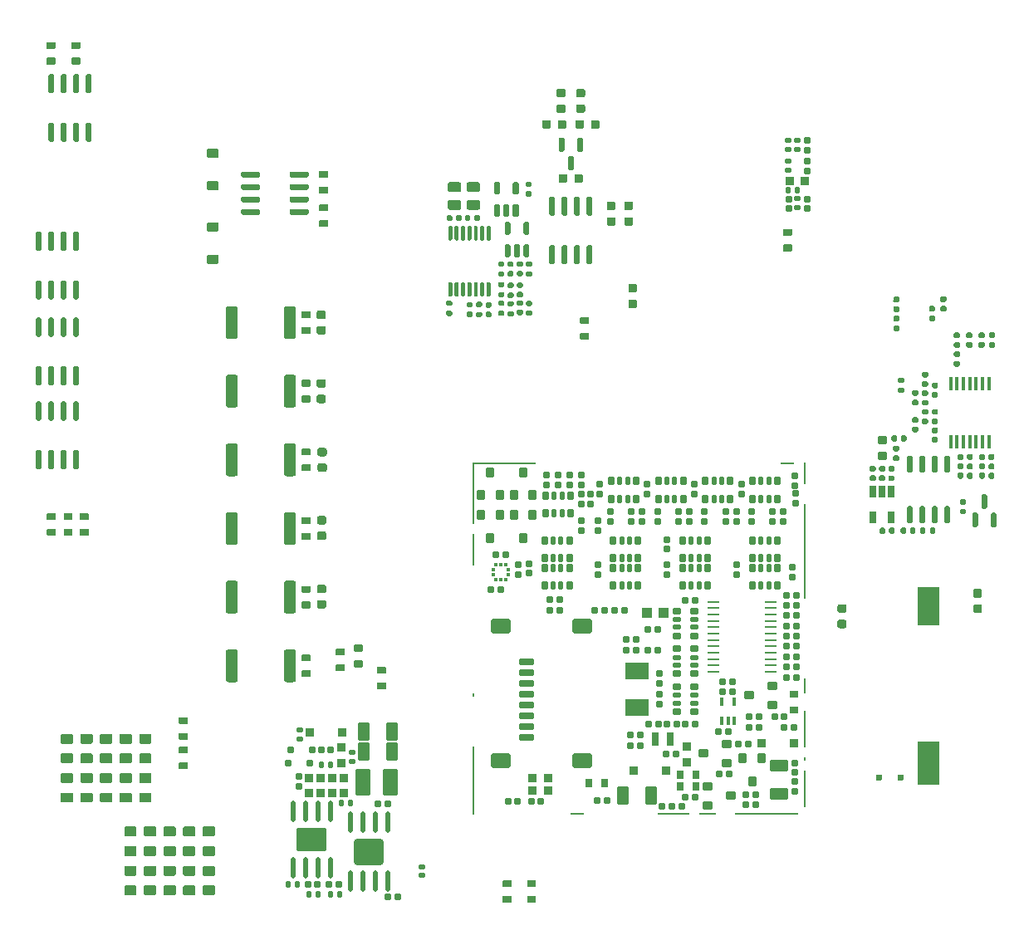
<source format=gbp>
G75*
G70*
%OFA0B0*%
%FSLAX25Y25*%
%IPPOS*%
%LPD*%
%AMOC8*
5,1,8,0,0,1.08239X$1,22.5*
%
%AMM11*
21,1,0.023620,0.018900,0.000000,0.000000,90.000000*
21,1,0.018900,0.023620,0.000000,0.000000,90.000000*
1,1,0.004720,0.009450,0.009450*
1,1,0.004720,0.009450,-0.009450*
1,1,0.004720,-0.009450,-0.009450*
1,1,0.004720,-0.009450,0.009450*
%
%AMM117*
21,1,0.023620,0.018900,0.000000,-0.000000,90.000000*
21,1,0.018900,0.023620,0.000000,-0.000000,90.000000*
1,1,0.004720,0.009450,0.009450*
1,1,0.004720,0.009450,-0.009450*
1,1,0.004720,-0.009450,-0.009450*
1,1,0.004720,-0.009450,0.009450*
%
%AMM118*
21,1,0.019680,0.019680,0.000000,-0.000000,180.000000*
21,1,0.015750,0.023620,0.000000,-0.000000,180.000000*
1,1,0.003940,-0.007870,0.009840*
1,1,0.003940,0.007870,0.009840*
1,1,0.003940,0.007870,-0.009840*
1,1,0.003940,-0.007870,-0.009840*
%
%AMM119*
21,1,0.033470,0.026770,0.000000,-0.000000,180.000000*
21,1,0.026770,0.033470,0.000000,-0.000000,180.000000*
1,1,0.006690,-0.013390,0.013390*
1,1,0.006690,0.013390,0.013390*
1,1,0.006690,0.013390,-0.013390*
1,1,0.006690,-0.013390,-0.013390*
%
%AMM12*
21,1,0.019680,0.019680,0.000000,0.000000,0.000000*
21,1,0.015750,0.023620,0.000000,0.000000,0.000000*
1,1,0.003940,0.007870,-0.009840*
1,1,0.003940,-0.007870,-0.009840*
1,1,0.003940,-0.007870,0.009840*
1,1,0.003940,0.007870,0.009840*
%
%AMM120*
21,1,0.019680,0.019680,0.000000,-0.000000,270.000000*
21,1,0.015750,0.023620,0.000000,-0.000000,270.000000*
1,1,0.003940,-0.009840,-0.007870*
1,1,0.003940,-0.009840,0.007870*
1,1,0.003940,0.009840,0.007870*
1,1,0.003940,0.009840,-0.007870*
%
%AMM13*
21,1,0.019680,0.019680,0.000000,0.000000,270.000000*
21,1,0.015750,0.023620,0.000000,0.000000,270.000000*
1,1,0.003940,-0.009840,-0.007870*
1,1,0.003940,-0.009840,0.007870*
1,1,0.003940,0.009840,0.007870*
1,1,0.003940,0.009840,-0.007870*
%
%AMM183*
21,1,0.025590,0.026380,-0.000000,-0.000000,90.000000*
21,1,0.020470,0.031500,-0.000000,-0.000000,90.000000*
1,1,0.005120,0.013190,0.010240*
1,1,0.005120,0.013190,-0.010240*
1,1,0.005120,-0.013190,-0.010240*
1,1,0.005120,-0.013190,0.010240*
%
%AMM184*
21,1,0.017720,0.027950,-0.000000,-0.000000,90.000000*
21,1,0.014170,0.031500,-0.000000,-0.000000,90.000000*
1,1,0.003540,0.013980,0.007090*
1,1,0.003540,0.013980,-0.007090*
1,1,0.003540,-0.013980,-0.007090*
1,1,0.003540,-0.013980,0.007090*
%
%AMM187*
21,1,0.027560,0.018900,-0.000000,-0.000000,270.000000*
21,1,0.022840,0.023620,-0.000000,-0.000000,270.000000*
1,1,0.004720,-0.009450,-0.011420*
1,1,0.004720,-0.009450,0.011420*
1,1,0.004720,0.009450,0.011420*
1,1,0.004720,0.009450,-0.011420*
%
%AMM189*
21,1,0.027560,0.018900,-0.000000,-0.000000,0.000000*
21,1,0.022840,0.023620,-0.000000,-0.000000,0.000000*
1,1,0.004720,0.011420,-0.009450*
1,1,0.004720,-0.011420,-0.009450*
1,1,0.004720,-0.011420,0.009450*
1,1,0.004720,0.011420,0.009450*
%
%AMM191*
21,1,0.035430,0.030320,-0.000000,-0.000000,90.000000*
21,1,0.028350,0.037400,-0.000000,-0.000000,90.000000*
1,1,0.007090,0.015160,0.014170*
1,1,0.007090,0.015160,-0.014170*
1,1,0.007090,-0.015160,-0.014170*
1,1,0.007090,-0.015160,0.014170*
%
%AMM194*
21,1,0.027560,0.030710,-0.000000,-0.000000,180.000000*
21,1,0.022050,0.036220,-0.000000,-0.000000,180.000000*
1,1,0.005510,-0.011020,0.015350*
1,1,0.005510,0.011020,0.015350*
1,1,0.005510,0.011020,-0.015350*
1,1,0.005510,-0.011020,-0.015350*
%
%AMM215*
21,1,0.033470,0.026770,-0.000000,-0.000000,270.000000*
21,1,0.026770,0.033470,-0.000000,-0.000000,270.000000*
1,1,0.006690,-0.013390,-0.013390*
1,1,0.006690,-0.013390,0.013390*
1,1,0.006690,0.013390,0.013390*
1,1,0.006690,0.013390,-0.013390*
%
%AMM216*
21,1,0.025590,0.026380,-0.000000,-0.000000,180.000000*
21,1,0.020470,0.031500,-0.000000,-0.000000,180.000000*
1,1,0.005120,-0.010240,0.013190*
1,1,0.005120,0.010240,0.013190*
1,1,0.005120,0.010240,-0.013190*
1,1,0.005120,-0.010240,-0.013190*
%
%AMM217*
21,1,0.017720,0.027950,-0.000000,-0.000000,180.000000*
21,1,0.014170,0.031500,-0.000000,-0.000000,180.000000*
1,1,0.003540,-0.007090,0.013980*
1,1,0.003540,0.007090,0.013980*
1,1,0.003540,0.007090,-0.013980*
1,1,0.003540,-0.007090,-0.013980*
%
%AMM218*
21,1,0.033470,0.026770,-0.000000,-0.000000,180.000000*
21,1,0.026770,0.033470,-0.000000,-0.000000,180.000000*
1,1,0.006690,-0.013390,0.013390*
1,1,0.006690,0.013390,0.013390*
1,1,0.006690,0.013390,-0.013390*
1,1,0.006690,-0.013390,-0.013390*
%
%AMM219*
21,1,0.078740,0.045670,-0.000000,-0.000000,0.000000*
21,1,0.067320,0.057090,-0.000000,-0.000000,0.000000*
1,1,0.011420,0.033660,-0.022840*
1,1,0.011420,-0.033660,-0.022840*
1,1,0.011420,-0.033660,0.022840*
1,1,0.011420,0.033660,0.022840*
%
%AMM220*
21,1,0.059060,0.020470,-0.000000,-0.000000,0.000000*
21,1,0.053940,0.025590,-0.000000,-0.000000,0.000000*
1,1,0.005120,0.026970,-0.010240*
1,1,0.005120,-0.026970,-0.010240*
1,1,0.005120,-0.026970,0.010240*
1,1,0.005120,0.026970,0.010240*
%
%AMM221*
21,1,0.035430,0.030320,-0.000000,-0.000000,0.000000*
21,1,0.028350,0.037400,-0.000000,-0.000000,0.000000*
1,1,0.007090,0.014170,-0.015160*
1,1,0.007090,-0.014170,-0.015160*
1,1,0.007090,-0.014170,0.015160*
1,1,0.007090,0.014170,0.015160*
%
%AMM222*
21,1,0.012600,0.028980,-0.000000,-0.000000,0.000000*
21,1,0.010080,0.031500,-0.000000,-0.000000,0.000000*
1,1,0.002520,0.005040,-0.014490*
1,1,0.002520,-0.005040,-0.014490*
1,1,0.002520,-0.005040,0.014490*
1,1,0.002520,0.005040,0.014490*
%
%AMM223*
21,1,0.070870,0.036220,-0.000000,-0.000000,180.000000*
21,1,0.061810,0.045280,-0.000000,-0.000000,180.000000*
1,1,0.009060,-0.030910,0.018110*
1,1,0.009060,0.030910,0.018110*
1,1,0.009060,0.030910,-0.018110*
1,1,0.009060,-0.030910,-0.018110*
%
%AMM224*
21,1,0.035830,0.026770,-0.000000,-0.000000,180.000000*
21,1,0.029130,0.033470,-0.000000,-0.000000,180.000000*
1,1,0.006690,-0.014570,0.013390*
1,1,0.006690,0.014570,0.013390*
1,1,0.006690,0.014570,-0.013390*
1,1,0.006690,-0.014570,-0.013390*
%
%AMM225*
21,1,0.027560,0.049610,-0.000000,-0.000000,180.000000*
21,1,0.022050,0.055120,-0.000000,-0.000000,180.000000*
1,1,0.005510,-0.011020,0.024800*
1,1,0.005510,0.011020,0.024800*
1,1,0.005510,0.011020,-0.024800*
1,1,0.005510,-0.011020,-0.024800*
%
%AMM226*
21,1,0.070870,0.036220,-0.000000,-0.000000,270.000000*
21,1,0.061810,0.045280,-0.000000,-0.000000,270.000000*
1,1,0.009060,-0.018110,-0.030910*
1,1,0.009060,-0.018110,0.030910*
1,1,0.009060,0.018110,0.030910*
1,1,0.009060,0.018110,-0.030910*
%
%AMM227*
21,1,0.027560,0.030710,-0.000000,-0.000000,270.000000*
21,1,0.022050,0.036220,-0.000000,-0.000000,270.000000*
1,1,0.005510,-0.015350,-0.011020*
1,1,0.005510,-0.015350,0.011020*
1,1,0.005510,0.015350,0.011020*
1,1,0.005510,0.015350,-0.011020*
%
%AMM27*
21,1,0.106300,0.050390,0.000000,0.000000,90.000000*
21,1,0.093700,0.062990,0.000000,0.000000,90.000000*
1,1,0.012600,0.025200,0.046850*
1,1,0.012600,0.025200,-0.046850*
1,1,0.012600,-0.025200,-0.046850*
1,1,0.012600,-0.025200,0.046850*
%
%AMM28*
21,1,0.033470,0.026770,0.000000,0.000000,270.000000*
21,1,0.026770,0.033470,0.000000,0.000000,270.000000*
1,1,0.006690,-0.013390,-0.013390*
1,1,0.006690,-0.013390,0.013390*
1,1,0.006690,0.013390,0.013390*
1,1,0.006690,0.013390,-0.013390*
%
%AMM29*
21,1,0.023620,0.018900,0.000000,0.000000,180.000000*
21,1,0.018900,0.023620,0.000000,0.000000,180.000000*
1,1,0.004720,-0.009450,0.009450*
1,1,0.004720,0.009450,0.009450*
1,1,0.004720,0.009450,-0.009450*
1,1,0.004720,-0.009450,-0.009450*
%
%AMM30*
21,1,0.122050,0.075590,0.000000,0.000000,180.000000*
21,1,0.103150,0.094490,0.000000,0.000000,180.000000*
1,1,0.018900,-0.051580,0.037800*
1,1,0.018900,0.051580,0.037800*
1,1,0.018900,0.051580,-0.037800*
1,1,0.018900,-0.051580,-0.037800*
%
%AMM31*
21,1,0.118110,0.083460,0.000000,0.000000,0.000000*
21,1,0.097240,0.104330,0.000000,0.000000,0.000000*
1,1,0.020870,0.048620,-0.041730*
1,1,0.020870,-0.048620,-0.041730*
1,1,0.020870,-0.048620,0.041730*
1,1,0.020870,0.048620,0.041730*
%
%AMM7*
21,1,0.035830,0.026770,0.000000,0.000000,0.000000*
21,1,0.029130,0.033470,0.000000,0.000000,0.000000*
1,1,0.006690,0.014570,-0.013390*
1,1,0.006690,-0.014570,-0.013390*
1,1,0.006690,-0.014570,0.013390*
1,1,0.006690,0.014570,0.013390*
%
%AMM8*
21,1,0.070870,0.036220,0.000000,0.000000,90.000000*
21,1,0.061810,0.045280,0.000000,0.000000,90.000000*
1,1,0.009060,0.018110,0.030910*
1,1,0.009060,0.018110,-0.030910*
1,1,0.009060,-0.018110,-0.030910*
1,1,0.009060,-0.018110,0.030910*
%
%ADD108M7*%
%ADD109M8*%
%ADD112M11*%
%ADD113M12*%
%ADD114M13*%
%ADD132M27*%
%ADD133M28*%
%ADD134M29*%
%ADD135O,0.01968X0.08661*%
%ADD136M30*%
%ADD137M31*%
%ADD235R,0.01378X0.01476*%
%ADD238O,0.04961X0.00984*%
%ADD240R,0.09449X0.06693*%
%ADD241R,0.01476X0.01378*%
%ADD243R,0.03937X0.04331*%
%ADD298M117*%
%ADD299M118*%
%ADD300M119*%
%ADD301M120*%
%ADD312R,0.01772X0.05709*%
%ADD313R,0.02559X0.04803*%
%ADD392M183*%
%ADD393M184*%
%ADD396M187*%
%ADD398M189*%
%ADD400M191*%
%ADD403M194*%
%ADD424M215*%
%ADD425M216*%
%ADD426M217*%
%ADD427M218*%
%ADD428M219*%
%ADD429M220*%
%ADD430M221*%
%ADD431M222*%
%ADD432M223*%
%ADD433M224*%
%ADD434M225*%
%ADD435M226*%
%ADD436M227*%
%ADD55R,0.00787X0.14567*%
%ADD56R,0.00787X0.01575*%
%ADD57R,0.00787X0.06299*%
%ADD58R,0.00787X0.38189*%
%ADD59R,0.00787X0.09055*%
%ADD60R,0.05512X0.00787*%
%ADD61R,0.25197X0.00787*%
%ADD62R,0.06693X0.00787*%
%ADD63R,0.12992X0.00787*%
%ADD64R,0.00787X0.27559*%
%ADD65R,0.00787X0.12992*%
%ADD66R,0.00787X0.24803*%
%ADD95R,0.09055X0.17323*%
%ADD96R,0.09055X0.15748*%
X0000000Y0000000D02*
%LPD*%
G01*
G36*
G01*
X0214174Y0319968D02*
X0215355Y0319968D01*
G75*
G02*
X0215945Y0319378I0000000J-000591D01*
G01*
X0215945Y0314752D01*
G75*
G02*
X0215355Y0314161I-000591J0000000D01*
G01*
X0214174Y0314161D01*
G75*
G02*
X0213583Y0314752I0000000J0000591D01*
G01*
X0213583Y0319378D01*
G75*
G02*
X0214174Y0319968I0000591J0000000D01*
G01*
G37*
G36*
G01*
X0221654Y0319968D02*
X0222835Y0319968D01*
G75*
G02*
X0223426Y0319378I0000000J-000591D01*
G01*
X0223426Y0314752D01*
G75*
G02*
X0222835Y0314161I-000591J0000000D01*
G01*
X0221654Y0314161D01*
G75*
G02*
X0221063Y0314752I0000000J0000591D01*
G01*
X0221063Y0319378D01*
G75*
G02*
X0221654Y0319968I0000591J0000000D01*
G01*
G37*
G36*
G01*
X0217914Y0312586D02*
X0219095Y0312586D01*
G75*
G02*
X0219685Y0311996I0000000J-000591D01*
G01*
X0219685Y0307370D01*
G75*
G02*
X0219095Y0306779I-000591J0000000D01*
G01*
X0217914Y0306779D01*
G75*
G02*
X0217323Y0307370I0000000J0000591D01*
G01*
X0217323Y0311996D01*
G75*
G02*
X0217914Y0312586I0000591J0000000D01*
G01*
G37*
G36*
G01*
X0049804Y0053051D02*
X0045670Y0053051D01*
G75*
G02*
X0045276Y0053445I0000000J0000394D01*
G01*
X0045276Y0056594D01*
G75*
G02*
X0045670Y0056988I0000394J0000000D01*
G01*
X0049804Y0056988D01*
G75*
G02*
X0050197Y0056594I0000000J-000394D01*
G01*
X0050197Y0053445D01*
G75*
G02*
X0049804Y0053051I-000394J0000000D01*
G01*
G37*
G36*
G01*
X0049804Y0060925D02*
X0045670Y0060925D01*
G75*
G02*
X0045276Y0061319I0000000J0000394D01*
G01*
X0045276Y0064468D01*
G75*
G02*
X0045670Y0064862I0000394J0000000D01*
G01*
X0049804Y0064862D01*
G75*
G02*
X0050197Y0064468I0000000J-000394D01*
G01*
X0050197Y0061319D01*
G75*
G02*
X0049804Y0060925I-000394J0000000D01*
G01*
G37*
G36*
G01*
X0241969Y0261141D02*
X0244646Y0261141D01*
G75*
G02*
X0244981Y0260807I0000000J-000335D01*
G01*
X0244981Y0258130D01*
G75*
G02*
X0244646Y0257795I-000335J0000000D01*
G01*
X0241969Y0257795D01*
G75*
G02*
X0241634Y0258130I0000000J0000335D01*
G01*
X0241634Y0260807D01*
G75*
G02*
X0241969Y0261141I0000335J0000000D01*
G01*
G37*
G36*
G01*
X0241969Y0254921D02*
X0244646Y0254921D01*
G75*
G02*
X0244981Y0254586I0000000J-000335D01*
G01*
X0244981Y0251909D01*
G75*
G02*
X0244646Y0251574I-000335J0000000D01*
G01*
X0241969Y0251574D01*
G75*
G02*
X0241634Y0251909I0000000J0000335D01*
G01*
X0241634Y0254586D01*
G75*
G02*
X0241969Y0254921I0000335J0000000D01*
G01*
G37*
G36*
G01*
X0076811Y0298878D02*
X0072796Y0298878D01*
G75*
G02*
X0072441Y0299232I0000000J0000354D01*
G01*
X0072441Y0302067D01*
G75*
G02*
X0072796Y0302421I0000354J0000000D01*
G01*
X0076811Y0302421D01*
G75*
G02*
X0077166Y0302067I0000000J-000354D01*
G01*
X0077166Y0299232D01*
G75*
G02*
X0076811Y0298878I-000354J0000000D01*
G01*
G37*
G36*
G01*
X0076811Y0311870D02*
X0072796Y0311870D01*
G75*
G02*
X0072441Y0312224I0000000J0000354D01*
G01*
X0072441Y0315059D01*
G75*
G02*
X0072796Y0315413I0000354J0000000D01*
G01*
X0076811Y0315413D01*
G75*
G02*
X0077166Y0315059I0000000J-000354D01*
G01*
X0077166Y0312224D01*
G75*
G02*
X0076811Y0311870I-000354J0000000D01*
G01*
G37*
D95*
X0362205Y0068957D03*
D96*
X0362205Y0131949D03*
G36*
G01*
X0004311Y0247697D02*
X0005493Y0247697D01*
G75*
G02*
X0006083Y0247106I0000000J-000591D01*
G01*
X0006083Y0240610D01*
G75*
G02*
X0005493Y0240019I-000591J0000000D01*
G01*
X0004311Y0240019D01*
G75*
G02*
X0003721Y0240610I0000000J0000591D01*
G01*
X0003721Y0247106D01*
G75*
G02*
X0004311Y0247697I0000591J0000000D01*
G01*
G37*
G36*
G01*
X0009311Y0247697D02*
X0010493Y0247697D01*
G75*
G02*
X0011083Y0247106I0000000J-000591D01*
G01*
X0011083Y0240610D01*
G75*
G02*
X0010493Y0240019I-000591J0000000D01*
G01*
X0009311Y0240019D01*
G75*
G02*
X0008721Y0240610I0000000J0000591D01*
G01*
X0008721Y0247106D01*
G75*
G02*
X0009311Y0247697I0000591J0000000D01*
G01*
G37*
G36*
G01*
X0014311Y0247697D02*
X0015493Y0247697D01*
G75*
G02*
X0016083Y0247106I0000000J-000591D01*
G01*
X0016083Y0240610D01*
G75*
G02*
X0015493Y0240019I-000591J0000000D01*
G01*
X0014311Y0240019D01*
G75*
G02*
X0013721Y0240610I0000000J0000591D01*
G01*
X0013721Y0247106D01*
G75*
G02*
X0014311Y0247697I0000591J0000000D01*
G01*
G37*
G36*
G01*
X0019311Y0247697D02*
X0020493Y0247697D01*
G75*
G02*
X0021083Y0247106I0000000J-000591D01*
G01*
X0021083Y0240610D01*
G75*
G02*
X0020493Y0240019I-000591J0000000D01*
G01*
X0019311Y0240019D01*
G75*
G02*
X0018721Y0240610I0000000J0000591D01*
G01*
X0018721Y0247106D01*
G75*
G02*
X0019311Y0247697I0000591J0000000D01*
G01*
G37*
G36*
G01*
X0019311Y0228208D02*
X0020493Y0228208D01*
G75*
G02*
X0021083Y0227618I0000000J-000591D01*
G01*
X0021083Y0221122D01*
G75*
G02*
X0020493Y0220531I-000591J0000000D01*
G01*
X0019311Y0220531D01*
G75*
G02*
X0018721Y0221122I0000000J0000591D01*
G01*
X0018721Y0227618D01*
G75*
G02*
X0019311Y0228208I0000591J0000000D01*
G01*
G37*
G36*
G01*
X0014311Y0228208D02*
X0015493Y0228208D01*
G75*
G02*
X0016083Y0227618I0000000J-000591D01*
G01*
X0016083Y0221122D01*
G75*
G02*
X0015493Y0220531I-000591J0000000D01*
G01*
X0014311Y0220531D01*
G75*
G02*
X0013721Y0221122I0000000J0000591D01*
G01*
X0013721Y0227618D01*
G75*
G02*
X0014311Y0228208I0000591J0000000D01*
G01*
G37*
G36*
G01*
X0009311Y0228208D02*
X0010493Y0228208D01*
G75*
G02*
X0011083Y0227618I0000000J-000591D01*
G01*
X0011083Y0221122D01*
G75*
G02*
X0010493Y0220531I-000591J0000000D01*
G01*
X0009311Y0220531D01*
G75*
G02*
X0008721Y0221122I0000000J0000591D01*
G01*
X0008721Y0227618D01*
G75*
G02*
X0009311Y0228208I0000591J0000000D01*
G01*
G37*
G36*
G01*
X0004311Y0228208D02*
X0005493Y0228208D01*
G75*
G02*
X0006083Y0227618I0000000J-000591D01*
G01*
X0006083Y0221122D01*
G75*
G02*
X0005493Y0220531I-000591J0000000D01*
G01*
X0004311Y0220531D01*
G75*
G02*
X0003721Y0221122I0000000J0000591D01*
G01*
X0003721Y0227618D01*
G75*
G02*
X0004311Y0228208I0000591J0000000D01*
G01*
G37*
G36*
G01*
X0011575Y0160098D02*
X0008504Y0160098D01*
G75*
G02*
X0008229Y0160374I0000000J0000276D01*
G01*
X0008229Y0162578D01*
G75*
G02*
X0008504Y0162854I0000276J0000000D01*
G01*
X0011575Y0162854D01*
G75*
G02*
X0011851Y0162578I0000000J-000276D01*
G01*
X0011851Y0160374D01*
G75*
G02*
X0011575Y0160098I-000276J0000000D01*
G01*
G37*
G36*
G01*
X0011575Y0166397D02*
X0008504Y0166397D01*
G75*
G02*
X0008229Y0166673I0000000J0000276D01*
G01*
X0008229Y0168878D01*
G75*
G02*
X0008504Y0169153I0000276J0000000D01*
G01*
X0011575Y0169153D01*
G75*
G02*
X0011851Y0168878I0000000J-000276D01*
G01*
X0011851Y0166673D01*
G75*
G02*
X0011575Y0166397I-000276J0000000D01*
G01*
G37*
G36*
G01*
X0229941Y0326594D02*
X0229941Y0323917D01*
G75*
G02*
X0229607Y0323582I-000335J0000000D01*
G01*
X0226930Y0323582D01*
G75*
G02*
X0226595Y0323917I0000000J0000335D01*
G01*
X0226595Y0326594D01*
G75*
G02*
X0226930Y0326929I0000335J0000000D01*
G01*
X0229607Y0326929D01*
G75*
G02*
X0229941Y0326594I0000000J-000335D01*
G01*
G37*
G36*
G01*
X0223721Y0326594D02*
X0223721Y0323917D01*
G75*
G02*
X0223386Y0323582I-000335J0000000D01*
G01*
X0220709Y0323582D01*
G75*
G02*
X0220374Y0323917I0000000J0000335D01*
G01*
X0220374Y0326594D01*
G75*
G02*
X0220709Y0326929I0000335J0000000D01*
G01*
X0223386Y0326929D01*
G75*
G02*
X0223721Y0326594I0000000J-000335D01*
G01*
G37*
G36*
G01*
X0026181Y0053051D02*
X0022048Y0053051D01*
G75*
G02*
X0021654Y0053445I0000000J0000394D01*
G01*
X0021654Y0056594D01*
G75*
G02*
X0022048Y0056988I0000394J0000000D01*
G01*
X0026181Y0056988D01*
G75*
G02*
X0026575Y0056594I0000000J-000394D01*
G01*
X0026575Y0053445D01*
G75*
G02*
X0026181Y0053051I-000394J0000000D01*
G01*
G37*
G36*
G01*
X0026181Y0060925D02*
X0022048Y0060925D01*
G75*
G02*
X0021654Y0061319I0000000J0000394D01*
G01*
X0021654Y0064468D01*
G75*
G02*
X0022048Y0064862I0000394J0000000D01*
G01*
X0026181Y0064862D01*
G75*
G02*
X0026575Y0064468I0000000J-000394D01*
G01*
X0026575Y0061319D01*
G75*
G02*
X0026181Y0060925I-000394J0000000D01*
G01*
G37*
G36*
G01*
X0380552Y0138700D02*
X0383229Y0138700D01*
G75*
G02*
X0383563Y0138366I0000000J-000335D01*
G01*
X0383563Y0135689D01*
G75*
G02*
X0383229Y0135354I-000335J0000000D01*
G01*
X0380552Y0135354D01*
G75*
G02*
X0380217Y0135689I0000000J0000335D01*
G01*
X0380217Y0138366D01*
G75*
G02*
X0380552Y0138700I0000335J0000000D01*
G01*
G37*
G36*
G01*
X0380552Y0132480D02*
X0383229Y0132480D01*
G75*
G02*
X0383563Y0132145I0000000J-000335D01*
G01*
X0383563Y0129468D01*
G75*
G02*
X0383229Y0129134I-000335J0000000D01*
G01*
X0380552Y0129134D01*
G75*
G02*
X0380217Y0129468I0000000J0000335D01*
G01*
X0380217Y0132145D01*
G75*
G02*
X0380552Y0132480I0000335J0000000D01*
G01*
G37*
G36*
G01*
X0213721Y0302193D02*
X0213721Y0304870D01*
G75*
G02*
X0214056Y0305204I0000335J0000000D01*
G01*
X0216733Y0305204D01*
G75*
G02*
X0217067Y0304870I0000000J-000335D01*
G01*
X0217067Y0302193D01*
G75*
G02*
X0216733Y0301858I-000335J0000000D01*
G01*
X0214056Y0301858D01*
G75*
G02*
X0213721Y0302193I0000000J0000335D01*
G01*
G37*
G36*
G01*
X0219941Y0302193D02*
X0219941Y0304870D01*
G75*
G02*
X0220276Y0305204I0000335J0000000D01*
G01*
X0222953Y0305204D01*
G75*
G02*
X0223288Y0304870I0000000J-000335D01*
G01*
X0223288Y0302193D01*
G75*
G02*
X0222953Y0301858I-000335J0000000D01*
G01*
X0220276Y0301858D01*
G75*
G02*
X0219941Y0302193I0000000J0000335D01*
G01*
G37*
G36*
G01*
X0024764Y0160098D02*
X0021693Y0160098D01*
G75*
G02*
X0021418Y0160374I0000000J0000276D01*
G01*
X0021418Y0162578D01*
G75*
G02*
X0021693Y0162854I0000276J0000000D01*
G01*
X0024764Y0162854D01*
G75*
G02*
X0025040Y0162578I0000000J-000276D01*
G01*
X0025040Y0160374D01*
G75*
G02*
X0024764Y0160098I-000276J0000000D01*
G01*
G37*
G36*
G01*
X0024764Y0166397D02*
X0021693Y0166397D01*
G75*
G02*
X0021418Y0166673I0000000J0000276D01*
G01*
X0021418Y0168878D01*
G75*
G02*
X0021693Y0169153I0000276J0000000D01*
G01*
X0024764Y0169153D01*
G75*
G02*
X0025040Y0168878I0000000J-000276D01*
G01*
X0025040Y0166673D01*
G75*
G02*
X0024764Y0166397I-000276J0000000D01*
G01*
G37*
G36*
G01*
X0063288Y0043366D02*
X0067422Y0043366D01*
G75*
G02*
X0067815Y0042972I0000000J-000394D01*
G01*
X0067815Y0039823D01*
G75*
G02*
X0067422Y0039429I-000394J0000000D01*
G01*
X0063288Y0039429D01*
G75*
G02*
X0062894Y0039823I0000000J0000394D01*
G01*
X0062894Y0042972D01*
G75*
G02*
X0063288Y0043366I0000394J0000000D01*
G01*
G37*
G36*
G01*
X0063288Y0035492D02*
X0067422Y0035492D01*
G75*
G02*
X0067815Y0035098I0000000J-000394D01*
G01*
X0067815Y0031949D01*
G75*
G02*
X0067422Y0031555I-000394J0000000D01*
G01*
X0063288Y0031555D01*
G75*
G02*
X0062894Y0031949I0000000J0000394D01*
G01*
X0062894Y0035098D01*
G75*
G02*
X0063288Y0035492I0000394J0000000D01*
G01*
G37*
G36*
G01*
X0108170Y0251338D02*
X0108170Y0240118D01*
G75*
G02*
X0107185Y0239134I-000984J0000000D01*
G01*
X0104331Y0239134D01*
G75*
G02*
X0103347Y0240118I0000000J0000984D01*
G01*
X0103347Y0251338D01*
G75*
G02*
X0104331Y0252323I0000984J0000000D01*
G01*
X0107185Y0252323D01*
G75*
G02*
X0108170Y0251338I0000000J-000984D01*
G01*
G37*
G36*
G01*
X0084843Y0251338D02*
X0084843Y0240118D01*
G75*
G02*
X0083859Y0239134I-000984J0000000D01*
G01*
X0081004Y0239134D01*
G75*
G02*
X0080020Y0240118I0000000J0000984D01*
G01*
X0080020Y0251338D01*
G75*
G02*
X0081004Y0252323I0000984J0000000D01*
G01*
X0083859Y0252323D01*
G75*
G02*
X0084843Y0251338I0000000J-000984D01*
G01*
G37*
G36*
G01*
X0029922Y0080610D02*
X0034056Y0080610D01*
G75*
G02*
X0034449Y0080216I0000000J-000394D01*
G01*
X0034449Y0077067D01*
G75*
G02*
X0034056Y0076673I-000394J0000000D01*
G01*
X0029922Y0076673D01*
G75*
G02*
X0029528Y0077067I0000000J0000394D01*
G01*
X0029528Y0080216D01*
G75*
G02*
X0029922Y0080610I0000394J0000000D01*
G01*
G37*
G36*
G01*
X0029922Y0072736D02*
X0034056Y0072736D01*
G75*
G02*
X0034449Y0072342I0000000J-000394D01*
G01*
X0034449Y0069193D01*
G75*
G02*
X0034056Y0068799I-000394J0000000D01*
G01*
X0029922Y0068799D01*
G75*
G02*
X0029528Y0069193I0000000J0000394D01*
G01*
X0029528Y0072342D01*
G75*
G02*
X0029922Y0072736I0000394J0000000D01*
G01*
G37*
G36*
G01*
X0075296Y0015807D02*
X0071162Y0015807D01*
G75*
G02*
X0070768Y0016200I0000000J0000394D01*
G01*
X0070768Y0019350D01*
G75*
G02*
X0071162Y0019744I0000394J0000000D01*
G01*
X0075296Y0019744D01*
G75*
G02*
X0075689Y0019350I0000000J-000394D01*
G01*
X0075689Y0016200D01*
G75*
G02*
X0075296Y0015807I-000394J0000000D01*
G01*
G37*
G36*
G01*
X0075296Y0023681D02*
X0071162Y0023681D01*
G75*
G02*
X0070768Y0024074I0000000J0000394D01*
G01*
X0070768Y0027224D01*
G75*
G02*
X0071162Y0027618I0000394J0000000D01*
G01*
X0075296Y0027618D01*
G75*
G02*
X0075689Y0027224I0000000J-000394D01*
G01*
X0075689Y0024074D01*
G75*
G02*
X0075296Y0023681I-000394J0000000D01*
G01*
G37*
G36*
G01*
X0210414Y0296319D02*
X0211595Y0296319D01*
G75*
G02*
X0212185Y0295728I0000000J-000591D01*
G01*
X0212185Y0289232D01*
G75*
G02*
X0211595Y0288641I-000591J0000000D01*
G01*
X0210414Y0288641D01*
G75*
G02*
X0209823Y0289232I0000000J0000591D01*
G01*
X0209823Y0295728D01*
G75*
G02*
X0210414Y0296319I0000591J0000000D01*
G01*
G37*
G36*
G01*
X0215414Y0296319D02*
X0216595Y0296319D01*
G75*
G02*
X0217185Y0295728I0000000J-000591D01*
G01*
X0217185Y0289232D01*
G75*
G02*
X0216595Y0288641I-000591J0000000D01*
G01*
X0215414Y0288641D01*
G75*
G02*
X0214823Y0289232I0000000J0000591D01*
G01*
X0214823Y0295728D01*
G75*
G02*
X0215414Y0296319I0000591J0000000D01*
G01*
G37*
G36*
G01*
X0220414Y0296319D02*
X0221595Y0296319D01*
G75*
G02*
X0222185Y0295728I0000000J-000591D01*
G01*
X0222185Y0289232D01*
G75*
G02*
X0221595Y0288641I-000591J0000000D01*
G01*
X0220414Y0288641D01*
G75*
G02*
X0219823Y0289232I0000000J0000591D01*
G01*
X0219823Y0295728D01*
G75*
G02*
X0220414Y0296319I0000591J0000000D01*
G01*
G37*
G36*
G01*
X0225414Y0296319D02*
X0226595Y0296319D01*
G75*
G02*
X0227185Y0295728I0000000J-000591D01*
G01*
X0227185Y0289232D01*
G75*
G02*
X0226595Y0288641I-000591J0000000D01*
G01*
X0225414Y0288641D01*
G75*
G02*
X0224823Y0289232I0000000J0000591D01*
G01*
X0224823Y0295728D01*
G75*
G02*
X0225414Y0296319I0000591J0000000D01*
G01*
G37*
G36*
G01*
X0225414Y0276830D02*
X0226595Y0276830D01*
G75*
G02*
X0227185Y0276240I0000000J-000591D01*
G01*
X0227185Y0269744D01*
G75*
G02*
X0226595Y0269153I-000591J0000000D01*
G01*
X0225414Y0269153D01*
G75*
G02*
X0224823Y0269744I0000000J0000591D01*
G01*
X0224823Y0276240D01*
G75*
G02*
X0225414Y0276830I0000591J0000000D01*
G01*
G37*
G36*
G01*
X0220414Y0276830D02*
X0221595Y0276830D01*
G75*
G02*
X0222185Y0276240I0000000J-000591D01*
G01*
X0222185Y0269744D01*
G75*
G02*
X0221595Y0269153I-000591J0000000D01*
G01*
X0220414Y0269153D01*
G75*
G02*
X0219823Y0269744I0000000J0000591D01*
G01*
X0219823Y0276240D01*
G75*
G02*
X0220414Y0276830I0000591J0000000D01*
G01*
G37*
G36*
G01*
X0215414Y0276830D02*
X0216595Y0276830D01*
G75*
G02*
X0217185Y0276240I0000000J-000591D01*
G01*
X0217185Y0269744D01*
G75*
G02*
X0216595Y0269153I-000591J0000000D01*
G01*
X0215414Y0269153D01*
G75*
G02*
X0214823Y0269744I0000000J0000591D01*
G01*
X0214823Y0276240D01*
G75*
G02*
X0215414Y0276830I0000591J0000000D01*
G01*
G37*
G36*
G01*
X0210414Y0276830D02*
X0211595Y0276830D01*
G75*
G02*
X0212185Y0276240I0000000J-000591D01*
G01*
X0212185Y0269744D01*
G75*
G02*
X0211595Y0269153I-000591J0000000D01*
G01*
X0210414Y0269153D01*
G75*
G02*
X0209823Y0269744I0000000J0000591D01*
G01*
X0209823Y0276240D01*
G75*
G02*
X0210414Y0276830I0000591J0000000D01*
G01*
G37*
G36*
G01*
X0014174Y0080610D02*
X0018307Y0080610D01*
G75*
G02*
X0018701Y0080216I0000000J-000394D01*
G01*
X0018701Y0077067D01*
G75*
G02*
X0018307Y0076673I-000394J0000000D01*
G01*
X0014174Y0076673D01*
G75*
G02*
X0013780Y0077067I0000000J0000394D01*
G01*
X0013780Y0080216D01*
G75*
G02*
X0014174Y0080610I0000394J0000000D01*
G01*
G37*
G36*
G01*
X0014174Y0072736D02*
X0018307Y0072736D01*
G75*
G02*
X0018701Y0072342I0000000J-000394D01*
G01*
X0018701Y0069193D01*
G75*
G02*
X0018307Y0068799I-000394J0000000D01*
G01*
X0014174Y0068799D01*
G75*
G02*
X0013780Y0069193I0000000J0000394D01*
G01*
X0013780Y0072342D01*
G75*
G02*
X0014174Y0072736I0000394J0000000D01*
G01*
G37*
G36*
G01*
X0108170Y0168661D02*
X0108170Y0157441D01*
G75*
G02*
X0107185Y0156456I-000984J0000000D01*
G01*
X0104331Y0156456D01*
G75*
G02*
X0103347Y0157441I0000000J0000984D01*
G01*
X0103347Y0168661D01*
G75*
G02*
X0104331Y0169645I0000984J0000000D01*
G01*
X0107185Y0169645D01*
G75*
G02*
X0108170Y0168661I0000000J-000984D01*
G01*
G37*
G36*
G01*
X0084843Y0168661D02*
X0084843Y0157441D01*
G75*
G02*
X0083859Y0156456I-000984J0000000D01*
G01*
X0081004Y0156456D01*
G75*
G02*
X0080020Y0157441I0000000J0000984D01*
G01*
X0080020Y0168661D01*
G75*
G02*
X0081004Y0169645I0000984J0000000D01*
G01*
X0083859Y0169645D01*
G75*
G02*
X0084843Y0168661I0000000J-000984D01*
G01*
G37*
G36*
G01*
X0004311Y0214035D02*
X0005493Y0214035D01*
G75*
G02*
X0006083Y0213445I0000000J-000591D01*
G01*
X0006083Y0206949D01*
G75*
G02*
X0005493Y0206358I-000591J0000000D01*
G01*
X0004311Y0206358D01*
G75*
G02*
X0003721Y0206949I0000000J0000591D01*
G01*
X0003721Y0213445D01*
G75*
G02*
X0004311Y0214035I0000591J0000000D01*
G01*
G37*
G36*
G01*
X0009311Y0214035D02*
X0010493Y0214035D01*
G75*
G02*
X0011083Y0213445I0000000J-000591D01*
G01*
X0011083Y0206949D01*
G75*
G02*
X0010493Y0206358I-000591J0000000D01*
G01*
X0009311Y0206358D01*
G75*
G02*
X0008721Y0206949I0000000J0000591D01*
G01*
X0008721Y0213445D01*
G75*
G02*
X0009311Y0214035I0000591J0000000D01*
G01*
G37*
G36*
G01*
X0014311Y0214035D02*
X0015493Y0214035D01*
G75*
G02*
X0016083Y0213445I0000000J-000591D01*
G01*
X0016083Y0206949D01*
G75*
G02*
X0015493Y0206358I-000591J0000000D01*
G01*
X0014311Y0206358D01*
G75*
G02*
X0013721Y0206949I0000000J0000591D01*
G01*
X0013721Y0213445D01*
G75*
G02*
X0014311Y0214035I0000591J0000000D01*
G01*
G37*
G36*
G01*
X0019311Y0214035D02*
X0020493Y0214035D01*
G75*
G02*
X0021083Y0213445I0000000J-000591D01*
G01*
X0021083Y0206949D01*
G75*
G02*
X0020493Y0206358I-000591J0000000D01*
G01*
X0019311Y0206358D01*
G75*
G02*
X0018721Y0206949I0000000J0000591D01*
G01*
X0018721Y0213445D01*
G75*
G02*
X0019311Y0214035I0000591J0000000D01*
G01*
G37*
G36*
G01*
X0019311Y0194547D02*
X0020493Y0194547D01*
G75*
G02*
X0021083Y0193956I0000000J-000591D01*
G01*
X0021083Y0187460D01*
G75*
G02*
X0020493Y0186870I-000591J0000000D01*
G01*
X0019311Y0186870D01*
G75*
G02*
X0018721Y0187460I0000000J0000591D01*
G01*
X0018721Y0193956D01*
G75*
G02*
X0019311Y0194547I0000591J0000000D01*
G01*
G37*
G36*
G01*
X0014311Y0194547D02*
X0015493Y0194547D01*
G75*
G02*
X0016083Y0193956I0000000J-000591D01*
G01*
X0016083Y0187460D01*
G75*
G02*
X0015493Y0186870I-000591J0000000D01*
G01*
X0014311Y0186870D01*
G75*
G02*
X0013721Y0187460I0000000J0000591D01*
G01*
X0013721Y0193956D01*
G75*
G02*
X0014311Y0194547I0000591J0000000D01*
G01*
G37*
G36*
G01*
X0009311Y0194547D02*
X0010493Y0194547D01*
G75*
G02*
X0011083Y0193956I0000000J-000591D01*
G01*
X0011083Y0187460D01*
G75*
G02*
X0010493Y0186870I-000591J0000000D01*
G01*
X0009311Y0186870D01*
G75*
G02*
X0008721Y0187460I0000000J0000591D01*
G01*
X0008721Y0193956D01*
G75*
G02*
X0009311Y0194547I0000591J0000000D01*
G01*
G37*
G36*
G01*
X0004311Y0194547D02*
X0005493Y0194547D01*
G75*
G02*
X0006083Y0193956I0000000J-000591D01*
G01*
X0006083Y0187460D01*
G75*
G02*
X0005493Y0186870I-000591J0000000D01*
G01*
X0004311Y0186870D01*
G75*
G02*
X0003721Y0187460I0000000J0000591D01*
G01*
X0003721Y0193956D01*
G75*
G02*
X0004311Y0194547I0000591J0000000D01*
G01*
G37*
G36*
G01*
X0235985Y0284645D02*
X0233307Y0284645D01*
G75*
G02*
X0232973Y0284980I0000000J0000335D01*
G01*
X0232973Y0287657D01*
G75*
G02*
X0233307Y0287992I0000335J0000000D01*
G01*
X0235985Y0287992D01*
G75*
G02*
X0236319Y0287657I0000000J-000335D01*
G01*
X0236319Y0284980D01*
G75*
G02*
X0235985Y0284645I-000335J0000000D01*
G01*
G37*
G36*
G01*
X0235985Y0290866D02*
X0233307Y0290866D01*
G75*
G02*
X0232973Y0291200I0000000J0000335D01*
G01*
X0232973Y0293878D01*
G75*
G02*
X0233307Y0294212I0000335J0000000D01*
G01*
X0235985Y0294212D01*
G75*
G02*
X0236319Y0293878I0000000J-000335D01*
G01*
X0236319Y0291200D01*
G75*
G02*
X0235985Y0290866I-000335J0000000D01*
G01*
G37*
G36*
G01*
X0117495Y0140511D02*
X0119513Y0140511D01*
G75*
G02*
X0120374Y0139650I0000000J-000861D01*
G01*
X0120374Y0137928D01*
G75*
G02*
X0119513Y0137067I-000861J0000000D01*
G01*
X0117495Y0137067D01*
G75*
G02*
X0116634Y0137928I0000000J0000861D01*
G01*
X0116634Y0139650D01*
G75*
G02*
X0117495Y0140511I0000861J0000000D01*
G01*
G37*
G36*
G01*
X0117495Y0134311D02*
X0119513Y0134311D01*
G75*
G02*
X0120374Y0133449I0000000J-000861D01*
G01*
X0120374Y0131727D01*
G75*
G02*
X0119513Y0130866I-000861J0000000D01*
G01*
X0117495Y0130866D01*
G75*
G02*
X0116634Y0131727I0000000J0000861D01*
G01*
X0116634Y0133449D01*
G75*
G02*
X0117495Y0134311I0000861J0000000D01*
G01*
G37*
G36*
G01*
X0039666Y0043366D02*
X0043800Y0043366D01*
G75*
G02*
X0044193Y0042972I0000000J-000394D01*
G01*
X0044193Y0039823D01*
G75*
G02*
X0043800Y0039429I-000394J0000000D01*
G01*
X0039666Y0039429D01*
G75*
G02*
X0039272Y0039823I0000000J0000394D01*
G01*
X0039272Y0042972D01*
G75*
G02*
X0039666Y0043366I0000394J0000000D01*
G01*
G37*
G36*
G01*
X0039666Y0035492D02*
X0043800Y0035492D01*
G75*
G02*
X0044193Y0035098I0000000J-000394D01*
G01*
X0044193Y0031949D01*
G75*
G02*
X0043800Y0031555I-000394J0000000D01*
G01*
X0039666Y0031555D01*
G75*
G02*
X0039272Y0031949I0000000J0000394D01*
G01*
X0039272Y0035098D01*
G75*
G02*
X0039666Y0035492I0000394J0000000D01*
G01*
G37*
G36*
G01*
X0043800Y0015807D02*
X0039666Y0015807D01*
G75*
G02*
X0039272Y0016200I0000000J0000394D01*
G01*
X0039272Y0019350D01*
G75*
G02*
X0039666Y0019744I0000394J0000000D01*
G01*
X0043800Y0019744D01*
G75*
G02*
X0044193Y0019350I0000000J-000394D01*
G01*
X0044193Y0016200D01*
G75*
G02*
X0043800Y0015807I-000394J0000000D01*
G01*
G37*
G36*
G01*
X0043800Y0023681D02*
X0039666Y0023681D01*
G75*
G02*
X0039272Y0024074I0000000J0000394D01*
G01*
X0039272Y0027224D01*
G75*
G02*
X0039666Y0027618I0000394J0000000D01*
G01*
X0043800Y0027618D01*
G75*
G02*
X0044193Y0027224I0000000J-000394D01*
G01*
X0044193Y0024074D01*
G75*
G02*
X0043800Y0023681I-000394J0000000D01*
G01*
G37*
G36*
G01*
X0117299Y0250551D02*
X0119316Y0250551D01*
G75*
G02*
X0120178Y0249690I0000000J-000861D01*
G01*
X0120178Y0247967D01*
G75*
G02*
X0119316Y0247106I-000861J0000000D01*
G01*
X0117299Y0247106D01*
G75*
G02*
X0116437Y0247967I0000000J0000861D01*
G01*
X0116437Y0249690D01*
G75*
G02*
X0117299Y0250551I0000861J0000000D01*
G01*
G37*
G36*
G01*
X0117299Y0244350D02*
X0119316Y0244350D01*
G75*
G02*
X0120178Y0243489I0000000J-000861D01*
G01*
X0120178Y0241766D01*
G75*
G02*
X0119316Y0240905I-000861J0000000D01*
G01*
X0117299Y0240905D01*
G75*
G02*
X0116437Y0241766I0000000J0000861D01*
G01*
X0116437Y0243489D01*
G75*
G02*
X0117299Y0244350I0000861J0000000D01*
G01*
G37*
G36*
G01*
X0108170Y0141102D02*
X0108170Y0129882D01*
G75*
G02*
X0107185Y0128897I-000984J0000000D01*
G01*
X0104331Y0128897D01*
G75*
G02*
X0103347Y0129882I0000000J0000984D01*
G01*
X0103347Y0141102D01*
G75*
G02*
X0104331Y0142086I0000984J0000000D01*
G01*
X0107185Y0142086D01*
G75*
G02*
X0108170Y0141102I0000000J-000984D01*
G01*
G37*
G36*
G01*
X0084843Y0141102D02*
X0084843Y0129882D01*
G75*
G02*
X0083859Y0128897I-000984J0000000D01*
G01*
X0081004Y0128897D01*
G75*
G02*
X0080020Y0129882I0000000J0000984D01*
G01*
X0080020Y0141102D01*
G75*
G02*
X0081004Y0142086I0000984J0000000D01*
G01*
X0083859Y0142086D01*
G75*
G02*
X0084843Y0141102I0000000J-000984D01*
G01*
G37*
G36*
G01*
X0108170Y0223779D02*
X0108170Y0212559D01*
G75*
G02*
X0107185Y0211574I-000984J0000000D01*
G01*
X0104331Y0211574D01*
G75*
G02*
X0103347Y0212559I0000000J0000984D01*
G01*
X0103347Y0223779D01*
G75*
G02*
X0104331Y0224763I0000984J0000000D01*
G01*
X0107185Y0224763D01*
G75*
G02*
X0108170Y0223779I0000000J-000984D01*
G01*
G37*
G36*
G01*
X0084843Y0223779D02*
X0084843Y0212559D01*
G75*
G02*
X0083859Y0211574I-000984J0000000D01*
G01*
X0081004Y0211574D01*
G75*
G02*
X0080020Y0212559I0000000J0000984D01*
G01*
X0080020Y0223779D01*
G75*
G02*
X0081004Y0224763I0000984J0000000D01*
G01*
X0083859Y0224763D01*
G75*
G02*
X0084843Y0223779I0000000J-000984D01*
G01*
G37*
G36*
G01*
X0037796Y0080610D02*
X0041930Y0080610D01*
G75*
G02*
X0042323Y0080216I0000000J-000394D01*
G01*
X0042323Y0077067D01*
G75*
G02*
X0041930Y0076673I-000394J0000000D01*
G01*
X0037796Y0076673D01*
G75*
G02*
X0037402Y0077067I0000000J0000394D01*
G01*
X0037402Y0080216D01*
G75*
G02*
X0037796Y0080610I0000394J0000000D01*
G01*
G37*
G36*
G01*
X0037796Y0072736D02*
X0041930Y0072736D01*
G75*
G02*
X0042323Y0072342I0000000J-000394D01*
G01*
X0042323Y0069193D01*
G75*
G02*
X0041930Y0068799I-000394J0000000D01*
G01*
X0037796Y0068799D01*
G75*
G02*
X0037402Y0069193I0000000J0000394D01*
G01*
X0037402Y0072342D01*
G75*
G02*
X0037796Y0072736I0000394J0000000D01*
G01*
G37*
G36*
G01*
X0326354Y0132637D02*
X0328371Y0132637D01*
G75*
G02*
X0329233Y0131776I0000000J-000861D01*
G01*
X0329233Y0130054D01*
G75*
G02*
X0328371Y0129193I-000861J0000000D01*
G01*
X0326354Y0129193D01*
G75*
G02*
X0325493Y0130054I0000000J0000861D01*
G01*
X0325493Y0131776D01*
G75*
G02*
X0326354Y0132637I0000861J0000000D01*
G01*
G37*
G36*
G01*
X0326354Y0126437D02*
X0328371Y0126437D01*
G75*
G02*
X0329233Y0125575I0000000J-000861D01*
G01*
X0329233Y0123853D01*
G75*
G02*
X0328371Y0122992I-000861J0000000D01*
G01*
X0326354Y0122992D01*
G75*
G02*
X0325493Y0123853I0000000J0000861D01*
G01*
X0325493Y0125575D01*
G75*
G02*
X0326354Y0126437I0000861J0000000D01*
G01*
G37*
G36*
G01*
X0076811Y0269350D02*
X0072796Y0269350D01*
G75*
G02*
X0072441Y0269704I0000000J0000354D01*
G01*
X0072441Y0272539D01*
G75*
G02*
X0072796Y0272893I0000354J0000000D01*
G01*
X0076811Y0272893D01*
G75*
G02*
X0077166Y0272539I0000000J-000354D01*
G01*
X0077166Y0269704D01*
G75*
G02*
X0076811Y0269350I-000354J0000000D01*
G01*
G37*
G36*
G01*
X0076811Y0282342D02*
X0072796Y0282342D01*
G75*
G02*
X0072441Y0282697I0000000J0000354D01*
G01*
X0072441Y0285531D01*
G75*
G02*
X0072796Y0285886I0000354J0000000D01*
G01*
X0076811Y0285886D01*
G75*
G02*
X0077166Y0285531I0000000J-000354D01*
G01*
X0077166Y0282697D01*
G75*
G02*
X0076811Y0282342I-000354J0000000D01*
G01*
G37*
G36*
G01*
X0343071Y0061870D02*
X0341181Y0061870D01*
G75*
G02*
X0340945Y0062106I0000000J0000236D01*
G01*
X0340945Y0063996D01*
G75*
G02*
X0341181Y0064232I0000236J0000000D01*
G01*
X0343071Y0064232D01*
G75*
G02*
X0343307Y0063996I0000000J-000236D01*
G01*
X0343307Y0062106D01*
G75*
G02*
X0343071Y0061870I-000236J0000000D01*
G01*
G37*
G36*
G01*
X0351733Y0061870D02*
X0349843Y0061870D01*
G75*
G02*
X0349607Y0062106I0000000J0000236D01*
G01*
X0349607Y0063996D01*
G75*
G02*
X0349843Y0064232I0000236J0000000D01*
G01*
X0351733Y0064232D01*
G75*
G02*
X0351969Y0063996I0000000J-000236D01*
G01*
X0351969Y0062106D01*
G75*
G02*
X0351733Y0061870I-000236J0000000D01*
G01*
G37*
G36*
G01*
X0113790Y0186082D02*
X0110719Y0186082D01*
G75*
G02*
X0110443Y0186358I0000000J0000276D01*
G01*
X0110443Y0188563D01*
G75*
G02*
X0110719Y0188838I0000276J0000000D01*
G01*
X0113790Y0188838D01*
G75*
G02*
X0114065Y0188563I0000000J-000276D01*
G01*
X0114065Y0186358D01*
G75*
G02*
X0113790Y0186082I-000276J0000000D01*
G01*
G37*
G36*
G01*
X0113790Y0192382D02*
X0110719Y0192382D01*
G75*
G02*
X0110443Y0192657I0000000J0000276D01*
G01*
X0110443Y0194862D01*
G75*
G02*
X0110719Y0195137I0000276J0000000D01*
G01*
X0113790Y0195137D01*
G75*
G02*
X0114065Y0194862I0000000J-000276D01*
G01*
X0114065Y0192657D01*
G75*
G02*
X0113790Y0192382I-000276J0000000D01*
G01*
G37*
G36*
G01*
X0124449Y0114823D02*
X0127520Y0114823D01*
G75*
G02*
X0127796Y0114547I0000000J-000276D01*
G01*
X0127796Y0112342D01*
G75*
G02*
X0127520Y0112067I-000276J0000000D01*
G01*
X0124449Y0112067D01*
G75*
G02*
X0124174Y0112342I0000000J0000276D01*
G01*
X0124174Y0114547D01*
G75*
G02*
X0124449Y0114823I0000276J0000000D01*
G01*
G37*
G36*
G01*
X0124449Y0108523D02*
X0127520Y0108523D01*
G75*
G02*
X0127796Y0108248I0000000J-000276D01*
G01*
X0127796Y0106043D01*
G75*
G02*
X0127520Y0105767I-000276J0000000D01*
G01*
X0124449Y0105767D01*
G75*
G02*
X0124174Y0106043I0000000J0000276D01*
G01*
X0124174Y0108248D01*
G75*
G02*
X0124449Y0108523I0000276J0000000D01*
G01*
G37*
G36*
G01*
X0059548Y0015807D02*
X0055414Y0015807D01*
G75*
G02*
X0055020Y0016200I0000000J0000394D01*
G01*
X0055020Y0019350D01*
G75*
G02*
X0055414Y0019744I0000394J0000000D01*
G01*
X0059548Y0019744D01*
G75*
G02*
X0059941Y0019350I0000000J-000394D01*
G01*
X0059941Y0016200D01*
G75*
G02*
X0059548Y0015807I-000394J0000000D01*
G01*
G37*
G36*
G01*
X0059548Y0023681D02*
X0055414Y0023681D01*
G75*
G02*
X0055020Y0024074I0000000J0000394D01*
G01*
X0055020Y0027224D01*
G75*
G02*
X0055414Y0027618I0000394J0000000D01*
G01*
X0059548Y0027618D01*
G75*
G02*
X0059941Y0027224I0000000J-000394D01*
G01*
X0059941Y0024074D01*
G75*
G02*
X0059548Y0023681I-000394J0000000D01*
G01*
G37*
G36*
G01*
X0117495Y0168071D02*
X0119513Y0168071D01*
G75*
G02*
X0120374Y0167209I0000000J-000861D01*
G01*
X0120374Y0165487D01*
G75*
G02*
X0119513Y0164626I-000861J0000000D01*
G01*
X0117495Y0164626D01*
G75*
G02*
X0116634Y0165487I0000000J0000861D01*
G01*
X0116634Y0167209D01*
G75*
G02*
X0117495Y0168071I0000861J0000000D01*
G01*
G37*
G36*
G01*
X0117495Y0161870D02*
X0119513Y0161870D01*
G75*
G02*
X0120374Y0161009I0000000J-000861D01*
G01*
X0120374Y0159286D01*
G75*
G02*
X0119513Y0158425I-000861J0000000D01*
G01*
X0117495Y0158425D01*
G75*
G02*
X0116634Y0159286I0000000J0000861D01*
G01*
X0116634Y0161009D01*
G75*
G02*
X0117495Y0161870I0000861J0000000D01*
G01*
G37*
G36*
G01*
X0113790Y0158523D02*
X0110719Y0158523D01*
G75*
G02*
X0110443Y0158799I0000000J0000276D01*
G01*
X0110443Y0161004D01*
G75*
G02*
X0110719Y0161279I0000276J0000000D01*
G01*
X0113790Y0161279D01*
G75*
G02*
X0114065Y0161004I0000000J-000276D01*
G01*
X0114065Y0158799D01*
G75*
G02*
X0113790Y0158523I-000276J0000000D01*
G01*
G37*
G36*
G01*
X0113790Y0164823D02*
X0110719Y0164823D01*
G75*
G02*
X0110443Y0165098I0000000J0000276D01*
G01*
X0110443Y0167303D01*
G75*
G02*
X0110719Y0167578I0000276J0000000D01*
G01*
X0113790Y0167578D01*
G75*
G02*
X0114065Y0167303I0000000J-000276D01*
G01*
X0114065Y0165098D01*
G75*
G02*
X0113790Y0164823I-000276J0000000D01*
G01*
G37*
G36*
G01*
X0194449Y0012769D02*
X0191378Y0012769D01*
G75*
G02*
X0191103Y0013044I0000000J0000276D01*
G01*
X0191103Y0015249D01*
G75*
G02*
X0191378Y0015525I0000276J0000000D01*
G01*
X0194449Y0015525D01*
G75*
G02*
X0194725Y0015249I0000000J-000276D01*
G01*
X0194725Y0013044D01*
G75*
G02*
X0194449Y0012769I-000276J0000000D01*
G01*
G37*
G36*
G01*
X0194449Y0019068D02*
X0191378Y0019068D01*
G75*
G02*
X0191103Y0019343I0000000J0000276D01*
G01*
X0191103Y0021548D01*
G75*
G02*
X0191378Y0021824I0000276J0000000D01*
G01*
X0194449Y0021824D01*
G75*
G02*
X0194725Y0021548I0000000J-000276D01*
G01*
X0194725Y0019343D01*
G75*
G02*
X0194449Y0019068I-000276J0000000D01*
G01*
G37*
G36*
G01*
X0113790Y0130964D02*
X0110719Y0130964D01*
G75*
G02*
X0110443Y0131240I0000000J0000276D01*
G01*
X0110443Y0133445D01*
G75*
G02*
X0110719Y0133720I0000276J0000000D01*
G01*
X0113790Y0133720D01*
G75*
G02*
X0114065Y0133445I0000000J-000276D01*
G01*
X0114065Y0131240D01*
G75*
G02*
X0113790Y0130964I-000276J0000000D01*
G01*
G37*
G36*
G01*
X0113790Y0137263D02*
X0110719Y0137263D01*
G75*
G02*
X0110443Y0137539I0000000J0000276D01*
G01*
X0110443Y0139744D01*
G75*
G02*
X0110719Y0140019I0000276J0000000D01*
G01*
X0113790Y0140019D01*
G75*
G02*
X0114065Y0139744I0000000J-000276D01*
G01*
X0114065Y0137539D01*
G75*
G02*
X0113790Y0137263I-000276J0000000D01*
G01*
G37*
G36*
G01*
X0117692Y0195433D02*
X0119710Y0195433D01*
G75*
G02*
X0120571Y0194572I0000000J-000861D01*
G01*
X0120571Y0192849D01*
G75*
G02*
X0119710Y0191988I-000861J0000000D01*
G01*
X0117692Y0191988D01*
G75*
G02*
X0116831Y0192849I0000000J0000861D01*
G01*
X0116831Y0194572D01*
G75*
G02*
X0117692Y0195433I0000861J0000000D01*
G01*
G37*
G36*
G01*
X0117692Y0189232D02*
X0119710Y0189232D01*
G75*
G02*
X0120571Y0188371I0000000J-000861D01*
G01*
X0120571Y0186648D01*
G75*
G02*
X0119710Y0185787I-000861J0000000D01*
G01*
X0117692Y0185787D01*
G75*
G02*
X0116831Y0186648I0000000J0000861D01*
G01*
X0116831Y0188371D01*
G75*
G02*
X0117692Y0189232I0000861J0000000D01*
G01*
G37*
G36*
G01*
X0243071Y0284645D02*
X0240394Y0284645D01*
G75*
G02*
X0240059Y0284980I0000000J0000335D01*
G01*
X0240059Y0287657D01*
G75*
G02*
X0240394Y0287992I0000335J0000000D01*
G01*
X0243071Y0287992D01*
G75*
G02*
X0243406Y0287657I0000000J-000335D01*
G01*
X0243406Y0284980D01*
G75*
G02*
X0243071Y0284645I-000335J0000000D01*
G01*
G37*
G36*
G01*
X0243071Y0290866D02*
X0240394Y0290866D01*
G75*
G02*
X0240059Y0291200I0000000J0000335D01*
G01*
X0240059Y0293878D01*
G75*
G02*
X0240394Y0294212I0000335J0000000D01*
G01*
X0243071Y0294212D01*
G75*
G02*
X0243406Y0293878I0000000J-000335D01*
G01*
X0243406Y0291200D01*
G75*
G02*
X0243071Y0290866I-000335J0000000D01*
G01*
G37*
G36*
G01*
X0021418Y0349271D02*
X0018347Y0349271D01*
G75*
G02*
X0018071Y0349547I0000000J0000276D01*
G01*
X0018071Y0351752D01*
G75*
G02*
X0018347Y0352027I0000276J0000000D01*
G01*
X0021418Y0352027D01*
G75*
G02*
X0021693Y0351752I0000000J-000276D01*
G01*
X0021693Y0349547D01*
G75*
G02*
X0021418Y0349271I-000276J0000000D01*
G01*
G37*
G36*
G01*
X0021418Y0355571D02*
X0018347Y0355571D01*
G75*
G02*
X0018071Y0355846I0000000J0000276D01*
G01*
X0018071Y0358051D01*
G75*
G02*
X0018347Y0358326I0000276J0000000D01*
G01*
X0021418Y0358326D01*
G75*
G02*
X0021693Y0358051I0000000J-000276D01*
G01*
X0021693Y0355846D01*
G75*
G02*
X0021418Y0355571I-000276J0000000D01*
G01*
G37*
G36*
G01*
X0004311Y0282145D02*
X0005493Y0282145D01*
G75*
G02*
X0006083Y0281555I0000000J-000591D01*
G01*
X0006083Y0275059D01*
G75*
G02*
X0005493Y0274468I-000591J0000000D01*
G01*
X0004311Y0274468D01*
G75*
G02*
X0003721Y0275059I0000000J0000591D01*
G01*
X0003721Y0281555D01*
G75*
G02*
X0004311Y0282145I0000591J0000000D01*
G01*
G37*
G36*
G01*
X0009311Y0282145D02*
X0010493Y0282145D01*
G75*
G02*
X0011083Y0281555I0000000J-000591D01*
G01*
X0011083Y0275059D01*
G75*
G02*
X0010493Y0274468I-000591J0000000D01*
G01*
X0009311Y0274468D01*
G75*
G02*
X0008721Y0275059I0000000J0000591D01*
G01*
X0008721Y0281555D01*
G75*
G02*
X0009311Y0282145I0000591J0000000D01*
G01*
G37*
G36*
G01*
X0014311Y0282145D02*
X0015493Y0282145D01*
G75*
G02*
X0016083Y0281555I0000000J-000591D01*
G01*
X0016083Y0275059D01*
G75*
G02*
X0015493Y0274468I-000591J0000000D01*
G01*
X0014311Y0274468D01*
G75*
G02*
X0013721Y0275059I0000000J0000591D01*
G01*
X0013721Y0281555D01*
G75*
G02*
X0014311Y0282145I0000591J0000000D01*
G01*
G37*
G36*
G01*
X0019311Y0282145D02*
X0020493Y0282145D01*
G75*
G02*
X0021083Y0281555I0000000J-000591D01*
G01*
X0021083Y0275059D01*
G75*
G02*
X0020493Y0274468I-000591J0000000D01*
G01*
X0019311Y0274468D01*
G75*
G02*
X0018721Y0275059I0000000J0000591D01*
G01*
X0018721Y0281555D01*
G75*
G02*
X0019311Y0282145I0000591J0000000D01*
G01*
G37*
G36*
G01*
X0019311Y0262657D02*
X0020493Y0262657D01*
G75*
G02*
X0021083Y0262067I0000000J-000591D01*
G01*
X0021083Y0255571D01*
G75*
G02*
X0020493Y0254980I-000591J0000000D01*
G01*
X0019311Y0254980D01*
G75*
G02*
X0018721Y0255571I0000000J0000591D01*
G01*
X0018721Y0262067D01*
G75*
G02*
X0019311Y0262657I0000591J0000000D01*
G01*
G37*
G36*
G01*
X0014311Y0262657D02*
X0015493Y0262657D01*
G75*
G02*
X0016083Y0262067I0000000J-000591D01*
G01*
X0016083Y0255571D01*
G75*
G02*
X0015493Y0254980I-000591J0000000D01*
G01*
X0014311Y0254980D01*
G75*
G02*
X0013721Y0255571I0000000J0000591D01*
G01*
X0013721Y0262067D01*
G75*
G02*
X0014311Y0262657I0000591J0000000D01*
G01*
G37*
G36*
G01*
X0009311Y0262657D02*
X0010493Y0262657D01*
G75*
G02*
X0011083Y0262067I0000000J-000591D01*
G01*
X0011083Y0255571D01*
G75*
G02*
X0010493Y0254980I-000591J0000000D01*
G01*
X0009311Y0254980D01*
G75*
G02*
X0008721Y0255571I0000000J0000591D01*
G01*
X0008721Y0262067D01*
G75*
G02*
X0009311Y0262657I0000591J0000000D01*
G01*
G37*
G36*
G01*
X0004311Y0262657D02*
X0005493Y0262657D01*
G75*
G02*
X0006083Y0262067I0000000J-000591D01*
G01*
X0006083Y0255571D01*
G75*
G02*
X0005493Y0254980I-000591J0000000D01*
G01*
X0004311Y0254980D01*
G75*
G02*
X0003721Y0255571I0000000J0000591D01*
G01*
X0003721Y0262067D01*
G75*
G02*
X0004311Y0262657I0000591J0000000D01*
G01*
G37*
G36*
G01*
X0144056Y0098484D02*
X0140985Y0098484D01*
G75*
G02*
X0140709Y0098760I0000000J0000276D01*
G01*
X0140709Y0100964D01*
G75*
G02*
X0140985Y0101240I0000276J0000000D01*
G01*
X0144056Y0101240D01*
G75*
G02*
X0144331Y0100964I0000000J-000276D01*
G01*
X0144331Y0098760D01*
G75*
G02*
X0144056Y0098484I-000276J0000000D01*
G01*
G37*
G36*
G01*
X0144056Y0104783D02*
X0140985Y0104783D01*
G75*
G02*
X0140709Y0105059I0000000J0000276D01*
G01*
X0140709Y0107263D01*
G75*
G02*
X0140985Y0107539I0000276J0000000D01*
G01*
X0144056Y0107539D01*
G75*
G02*
X0144331Y0107263I0000000J-000276D01*
G01*
X0144331Y0105059D01*
G75*
G02*
X0144056Y0104783I-000276J0000000D01*
G01*
G37*
G36*
G01*
X0108170Y0196220D02*
X0108170Y0185000D01*
G75*
G02*
X0107185Y0184015I-000984J0000000D01*
G01*
X0104331Y0184015D01*
G75*
G02*
X0103347Y0185000I0000000J0000984D01*
G01*
X0103347Y0196220D01*
G75*
G02*
X0104331Y0197204I0000984J0000000D01*
G01*
X0107185Y0197204D01*
G75*
G02*
X0108170Y0196220I0000000J-000984D01*
G01*
G37*
G36*
G01*
X0084843Y0196220D02*
X0084843Y0185000D01*
G75*
G02*
X0083859Y0184015I-000984J0000000D01*
G01*
X0081004Y0184015D01*
G75*
G02*
X0080020Y0185000I0000000J0000984D01*
G01*
X0080020Y0196220D01*
G75*
G02*
X0081004Y0197204I0000984J0000000D01*
G01*
X0083859Y0197204D01*
G75*
G02*
X0084843Y0196220I0000000J-000984D01*
G01*
G37*
G36*
G01*
X0113790Y0103405D02*
X0110719Y0103405D01*
G75*
G02*
X0110443Y0103681I0000000J0000276D01*
G01*
X0110443Y0105886D01*
G75*
G02*
X0110719Y0106161I0000276J0000000D01*
G01*
X0113790Y0106161D01*
G75*
G02*
X0114065Y0105886I0000000J-000276D01*
G01*
X0114065Y0103681D01*
G75*
G02*
X0113790Y0103405I-000276J0000000D01*
G01*
G37*
G36*
G01*
X0113790Y0109704D02*
X0110719Y0109704D01*
G75*
G02*
X0110443Y0109980I0000000J0000276D01*
G01*
X0110443Y0112185D01*
G75*
G02*
X0110719Y0112460I0000276J0000000D01*
G01*
X0113790Y0112460D01*
G75*
G02*
X0114065Y0112185I0000000J-000276D01*
G01*
X0114065Y0109980D01*
G75*
G02*
X0113790Y0109704I-000276J0000000D01*
G01*
G37*
G36*
G01*
X0213558Y0339527D02*
X0215576Y0339527D01*
G75*
G02*
X0216437Y0338666I0000000J-000861D01*
G01*
X0216437Y0336944D01*
G75*
G02*
X0215576Y0336082I-000861J0000000D01*
G01*
X0213558Y0336082D01*
G75*
G02*
X0212697Y0336944I0000000J0000861D01*
G01*
X0212697Y0338666D01*
G75*
G02*
X0213558Y0339527I0000861J0000000D01*
G01*
G37*
G36*
G01*
X0213558Y0333326D02*
X0215576Y0333326D01*
G75*
G02*
X0216437Y0332465I0000000J-000861D01*
G01*
X0216437Y0330743D01*
G75*
G02*
X0215576Y0329882I-000861J0000000D01*
G01*
X0213558Y0329882D01*
G75*
G02*
X0212697Y0330743I0000000J0000861D01*
G01*
X0212697Y0332465D01*
G75*
G02*
X0213558Y0333326I0000861J0000000D01*
G01*
G37*
G36*
G01*
X0055414Y0043366D02*
X0059548Y0043366D01*
G75*
G02*
X0059941Y0042972I0000000J-000394D01*
G01*
X0059941Y0039823D01*
G75*
G02*
X0059548Y0039429I-000394J0000000D01*
G01*
X0055414Y0039429D01*
G75*
G02*
X0055020Y0039823I0000000J0000394D01*
G01*
X0055020Y0042972D01*
G75*
G02*
X0055414Y0043366I0000394J0000000D01*
G01*
G37*
G36*
G01*
X0055414Y0035492D02*
X0059548Y0035492D01*
G75*
G02*
X0059941Y0035098I0000000J-000394D01*
G01*
X0059941Y0031949D01*
G75*
G02*
X0059548Y0031555I-000394J0000000D01*
G01*
X0055414Y0031555D01*
G75*
G02*
X0055020Y0031949I0000000J0000394D01*
G01*
X0055020Y0035098D01*
G75*
G02*
X0055414Y0035492I0000394J0000000D01*
G01*
G37*
G36*
G01*
X0113790Y0241200D02*
X0110719Y0241200D01*
G75*
G02*
X0110443Y0241476I0000000J0000276D01*
G01*
X0110443Y0243681D01*
G75*
G02*
X0110719Y0243956I0000276J0000000D01*
G01*
X0113790Y0243956D01*
G75*
G02*
X0114065Y0243681I0000000J-000276D01*
G01*
X0114065Y0241476D01*
G75*
G02*
X0113790Y0241200I-000276J0000000D01*
G01*
G37*
G36*
G01*
X0113790Y0247500D02*
X0110719Y0247500D01*
G75*
G02*
X0110443Y0247775I0000000J0000276D01*
G01*
X0110443Y0249980D01*
G75*
G02*
X0110719Y0250256I0000276J0000000D01*
G01*
X0113790Y0250256D01*
G75*
G02*
X0114065Y0249980I0000000J-000276D01*
G01*
X0114065Y0247775D01*
G75*
G02*
X0113790Y0247500I-000276J0000000D01*
G01*
G37*
G36*
G01*
X0067422Y0015807D02*
X0063288Y0015807D01*
G75*
G02*
X0062894Y0016200I0000000J0000394D01*
G01*
X0062894Y0019350D01*
G75*
G02*
X0063288Y0019744I0000394J0000000D01*
G01*
X0067422Y0019744D01*
G75*
G02*
X0067815Y0019350I0000000J-000394D01*
G01*
X0067815Y0016200D01*
G75*
G02*
X0067422Y0015807I-000394J0000000D01*
G01*
G37*
G36*
G01*
X0067422Y0023681D02*
X0063288Y0023681D01*
G75*
G02*
X0062894Y0024074I0000000J0000394D01*
G01*
X0062894Y0027224D01*
G75*
G02*
X0063288Y0027618I0000394J0000000D01*
G01*
X0067422Y0027618D01*
G75*
G02*
X0067815Y0027224I0000000J-000394D01*
G01*
X0067815Y0024074D01*
G75*
G02*
X0067422Y0023681I-000394J0000000D01*
G01*
G37*
G36*
G01*
X0204292Y0012769D02*
X0201221Y0012769D01*
G75*
G02*
X0200945Y0013044I0000000J0000276D01*
G01*
X0200945Y0015249D01*
G75*
G02*
X0201221Y0015525I0000276J0000000D01*
G01*
X0204292Y0015525D01*
G75*
G02*
X0204567Y0015249I0000000J-000276D01*
G01*
X0204567Y0013044D01*
G75*
G02*
X0204292Y0012769I-000276J0000000D01*
G01*
G37*
G36*
G01*
X0204292Y0019068D02*
X0201221Y0019068D01*
G75*
G02*
X0200945Y0019343I0000000J0000276D01*
G01*
X0200945Y0021548D01*
G75*
G02*
X0201221Y0021824I0000276J0000000D01*
G01*
X0204292Y0021824D01*
G75*
G02*
X0204567Y0021548I0000000J-000276D01*
G01*
X0204567Y0019343D01*
G75*
G02*
X0204292Y0019068I-000276J0000000D01*
G01*
G37*
G36*
G01*
X0064528Y0066397D02*
X0061457Y0066397D01*
G75*
G02*
X0061181Y0066673I0000000J0000276D01*
G01*
X0061181Y0068878D01*
G75*
G02*
X0061457Y0069153I0000276J0000000D01*
G01*
X0064528Y0069153D01*
G75*
G02*
X0064804Y0068878I0000000J-000276D01*
G01*
X0064804Y0066673D01*
G75*
G02*
X0064528Y0066397I-000276J0000000D01*
G01*
G37*
G36*
G01*
X0064528Y0072697D02*
X0061457Y0072697D01*
G75*
G02*
X0061181Y0072972I0000000J0000276D01*
G01*
X0061181Y0075177D01*
G75*
G02*
X0061457Y0075452I0000276J0000000D01*
G01*
X0064528Y0075452D01*
G75*
G02*
X0064804Y0075177I0000000J-000276D01*
G01*
X0064804Y0072972D01*
G75*
G02*
X0064528Y0072697I-000276J0000000D01*
G01*
G37*
G36*
G01*
X0011378Y0349271D02*
X0008307Y0349271D01*
G75*
G02*
X0008032Y0349547I0000000J0000276D01*
G01*
X0008032Y0351752D01*
G75*
G02*
X0008307Y0352027I0000276J0000000D01*
G01*
X0011378Y0352027D01*
G75*
G02*
X0011654Y0351752I0000000J-000276D01*
G01*
X0011654Y0349547D01*
G75*
G02*
X0011378Y0349271I-000276J0000000D01*
G01*
G37*
G36*
G01*
X0011378Y0355571D02*
X0008307Y0355571D01*
G75*
G02*
X0008032Y0355846I0000000J0000276D01*
G01*
X0008032Y0358051D01*
G75*
G02*
X0008307Y0358326I0000276J0000000D01*
G01*
X0011378Y0358326D01*
G75*
G02*
X0011654Y0358051I0000000J-000276D01*
G01*
X0011654Y0355846D01*
G75*
G02*
X0011378Y0355571I-000276J0000000D01*
G01*
G37*
G36*
G01*
X0120827Y0284114D02*
X0117756Y0284114D01*
G75*
G02*
X0117481Y0284389I0000000J0000276D01*
G01*
X0117481Y0286594D01*
G75*
G02*
X0117756Y0286870I0000276J0000000D01*
G01*
X0120827Y0286870D01*
G75*
G02*
X0121103Y0286594I0000000J-000276D01*
G01*
X0121103Y0284389D01*
G75*
G02*
X0120827Y0284114I-000276J0000000D01*
G01*
G37*
G36*
G01*
X0120827Y0290413D02*
X0117756Y0290413D01*
G75*
G02*
X0117481Y0290689I0000000J0000276D01*
G01*
X0117481Y0292893D01*
G75*
G02*
X0117756Y0293169I0000276J0000000D01*
G01*
X0120827Y0293169D01*
G75*
G02*
X0121103Y0292893I0000000J-000276D01*
G01*
X0121103Y0290689D01*
G75*
G02*
X0120827Y0290413I-000276J0000000D01*
G01*
G37*
G36*
G01*
X0045670Y0080610D02*
X0049804Y0080610D01*
G75*
G02*
X0050197Y0080216I0000000J-000394D01*
G01*
X0050197Y0077067D01*
G75*
G02*
X0049804Y0076673I-000394J0000000D01*
G01*
X0045670Y0076673D01*
G75*
G02*
X0045276Y0077067I0000000J0000394D01*
G01*
X0045276Y0080216D01*
G75*
G02*
X0045670Y0080610I0000394J0000000D01*
G01*
G37*
G36*
G01*
X0045670Y0072736D02*
X0049804Y0072736D01*
G75*
G02*
X0050197Y0072342I0000000J-000394D01*
G01*
X0050197Y0069193D01*
G75*
G02*
X0049804Y0068799I-000394J0000000D01*
G01*
X0045670Y0068799D01*
G75*
G02*
X0045276Y0069193I0000000J0000394D01*
G01*
X0045276Y0072342D01*
G75*
G02*
X0045670Y0072736I0000394J0000000D01*
G01*
G37*
G36*
G01*
X0117299Y0222992D02*
X0119316Y0222992D01*
G75*
G02*
X0120178Y0222131I0000000J-000861D01*
G01*
X0120178Y0220408D01*
G75*
G02*
X0119316Y0219547I-000861J0000000D01*
G01*
X0117299Y0219547D01*
G75*
G02*
X0116437Y0220408I0000000J0000861D01*
G01*
X0116437Y0222131D01*
G75*
G02*
X0117299Y0222992I0000861J0000000D01*
G01*
G37*
G36*
G01*
X0117299Y0216791D02*
X0119316Y0216791D01*
G75*
G02*
X0120178Y0215930I0000000J-000861D01*
G01*
X0120178Y0214207D01*
G75*
G02*
X0119316Y0213346I-000861J0000000D01*
G01*
X0117299Y0213346D01*
G75*
G02*
X0116437Y0214207I0000000J0000861D01*
G01*
X0116437Y0215930D01*
G75*
G02*
X0117299Y0216791I0000861J0000000D01*
G01*
G37*
G36*
G01*
X0131733Y0116397D02*
X0134804Y0116397D01*
G75*
G02*
X0135079Y0116122I0000000J-000276D01*
G01*
X0135079Y0113917D01*
G75*
G02*
X0134804Y0113641I-000276J0000000D01*
G01*
X0131733Y0113641D01*
G75*
G02*
X0131457Y0113917I0000000J0000276D01*
G01*
X0131457Y0116122D01*
G75*
G02*
X0131733Y0116397I0000276J0000000D01*
G01*
G37*
G36*
G01*
X0131733Y0110098D02*
X0134804Y0110098D01*
G75*
G02*
X0135079Y0109823I0000000J-000276D01*
G01*
X0135079Y0107618D01*
G75*
G02*
X0134804Y0107342I-000276J0000000D01*
G01*
X0131733Y0107342D01*
G75*
G02*
X0131457Y0107618I0000000J0000276D01*
G01*
X0131457Y0109823D01*
G75*
G02*
X0131733Y0110098I0000276J0000000D01*
G01*
G37*
G36*
G01*
X0207028Y0323917D02*
X0207028Y0326594D01*
G75*
G02*
X0207363Y0326929I0000335J0000000D01*
G01*
X0210040Y0326929D01*
G75*
G02*
X0210374Y0326594I0000000J-000335D01*
G01*
X0210374Y0323917D01*
G75*
G02*
X0210040Y0323582I-000335J0000000D01*
G01*
X0207363Y0323582D01*
G75*
G02*
X0207028Y0323917I0000000J0000335D01*
G01*
G37*
G36*
G01*
X0213248Y0323917D02*
X0213248Y0326594D01*
G75*
G02*
X0213583Y0326929I0000335J0000000D01*
G01*
X0216260Y0326929D01*
G75*
G02*
X0216595Y0326594I0000000J-000335D01*
G01*
X0216595Y0323917D01*
G75*
G02*
X0216260Y0323582I-000335J0000000D01*
G01*
X0213583Y0323582D01*
G75*
G02*
X0213248Y0323917I0000000J0000335D01*
G01*
G37*
G36*
G01*
X0009370Y0345433D02*
X0010552Y0345433D01*
G75*
G02*
X0011142Y0344842I0000000J-000591D01*
G01*
X0011142Y0338346D01*
G75*
G02*
X0010552Y0337756I-000591J0000000D01*
G01*
X0009370Y0337756D01*
G75*
G02*
X0008780Y0338346I0000000J0000591D01*
G01*
X0008780Y0344842D01*
G75*
G02*
X0009370Y0345433I0000591J0000000D01*
G01*
G37*
G36*
G01*
X0014370Y0345433D02*
X0015552Y0345433D01*
G75*
G02*
X0016142Y0344842I0000000J-000591D01*
G01*
X0016142Y0338346D01*
G75*
G02*
X0015552Y0337756I-000591J0000000D01*
G01*
X0014370Y0337756D01*
G75*
G02*
X0013780Y0338346I0000000J0000591D01*
G01*
X0013780Y0344842D01*
G75*
G02*
X0014370Y0345433I0000591J0000000D01*
G01*
G37*
G36*
G01*
X0019370Y0345433D02*
X0020552Y0345433D01*
G75*
G02*
X0021142Y0344842I0000000J-000591D01*
G01*
X0021142Y0338346D01*
G75*
G02*
X0020552Y0337756I-000591J0000000D01*
G01*
X0019370Y0337756D01*
G75*
G02*
X0018780Y0338346I0000000J0000591D01*
G01*
X0018780Y0344842D01*
G75*
G02*
X0019370Y0345433I0000591J0000000D01*
G01*
G37*
G36*
G01*
X0024370Y0345433D02*
X0025552Y0345433D01*
G75*
G02*
X0026142Y0344842I0000000J-000591D01*
G01*
X0026142Y0338346D01*
G75*
G02*
X0025552Y0337756I-000591J0000000D01*
G01*
X0024370Y0337756D01*
G75*
G02*
X0023780Y0338346I0000000J0000591D01*
G01*
X0023780Y0344842D01*
G75*
G02*
X0024370Y0345433I0000591J0000000D01*
G01*
G37*
G36*
G01*
X0024370Y0325945D02*
X0025552Y0325945D01*
G75*
G02*
X0026142Y0325354I0000000J-000591D01*
G01*
X0026142Y0318858D01*
G75*
G02*
X0025552Y0318267I-000591J0000000D01*
G01*
X0024370Y0318267D01*
G75*
G02*
X0023780Y0318858I0000000J0000591D01*
G01*
X0023780Y0325354D01*
G75*
G02*
X0024370Y0325945I0000591J0000000D01*
G01*
G37*
G36*
G01*
X0019370Y0325945D02*
X0020552Y0325945D01*
G75*
G02*
X0021142Y0325354I0000000J-000591D01*
G01*
X0021142Y0318858D01*
G75*
G02*
X0020552Y0318267I-000591J0000000D01*
G01*
X0019370Y0318267D01*
G75*
G02*
X0018780Y0318858I0000000J0000591D01*
G01*
X0018780Y0325354D01*
G75*
G02*
X0019370Y0325945I0000591J0000000D01*
G01*
G37*
G36*
G01*
X0014370Y0325945D02*
X0015552Y0325945D01*
G75*
G02*
X0016142Y0325354I0000000J-000591D01*
G01*
X0016142Y0318858D01*
G75*
G02*
X0015552Y0318267I-000591J0000000D01*
G01*
X0014370Y0318267D01*
G75*
G02*
X0013780Y0318858I0000000J0000591D01*
G01*
X0013780Y0325354D01*
G75*
G02*
X0014370Y0325945I0000591J0000000D01*
G01*
G37*
G36*
G01*
X0009370Y0325945D02*
X0010552Y0325945D01*
G75*
G02*
X0011142Y0325354I0000000J-000591D01*
G01*
X0011142Y0318858D01*
G75*
G02*
X0010552Y0318267I-000591J0000000D01*
G01*
X0009370Y0318267D01*
G75*
G02*
X0008780Y0318858I0000000J0000591D01*
G01*
X0008780Y0325354D01*
G75*
G02*
X0009370Y0325945I0000591J0000000D01*
G01*
G37*
G36*
G01*
X0018268Y0160098D02*
X0015197Y0160098D01*
G75*
G02*
X0014922Y0160374I0000000J0000276D01*
G01*
X0014922Y0162578D01*
G75*
G02*
X0015197Y0162854I0000276J0000000D01*
G01*
X0018268Y0162854D01*
G75*
G02*
X0018544Y0162578I0000000J-000276D01*
G01*
X0018544Y0160374D01*
G75*
G02*
X0018268Y0160098I-000276J0000000D01*
G01*
G37*
G36*
G01*
X0018268Y0166397D02*
X0015197Y0166397D01*
G75*
G02*
X0014922Y0166673I0000000J0000276D01*
G01*
X0014922Y0168878D01*
G75*
G02*
X0015197Y0169153I0000276J0000000D01*
G01*
X0018268Y0169153D01*
G75*
G02*
X0018544Y0168878I0000000J-000276D01*
G01*
X0018544Y0166673D01*
G75*
G02*
X0018268Y0166397I-000276J0000000D01*
G01*
G37*
G36*
G01*
X0113790Y0213641D02*
X0110719Y0213641D01*
G75*
G02*
X0110443Y0213917I0000000J0000276D01*
G01*
X0110443Y0216122D01*
G75*
G02*
X0110719Y0216397I0000276J0000000D01*
G01*
X0113790Y0216397D01*
G75*
G02*
X0114065Y0216122I0000000J-000276D01*
G01*
X0114065Y0213917D01*
G75*
G02*
X0113790Y0213641I-000276J0000000D01*
G01*
G37*
G36*
G01*
X0113790Y0219941D02*
X0110719Y0219941D01*
G75*
G02*
X0110443Y0220216I0000000J0000276D01*
G01*
X0110443Y0222421D01*
G75*
G02*
X0110719Y0222697I0000276J0000000D01*
G01*
X0113790Y0222697D01*
G75*
G02*
X0114065Y0222421I0000000J-000276D01*
G01*
X0114065Y0220216D01*
G75*
G02*
X0113790Y0219941I-000276J0000000D01*
G01*
G37*
G36*
G01*
X0221432Y0339527D02*
X0223450Y0339527D01*
G75*
G02*
X0224311Y0338666I0000000J-000861D01*
G01*
X0224311Y0336944D01*
G75*
G02*
X0223450Y0336082I-000861J0000000D01*
G01*
X0221432Y0336082D01*
G75*
G02*
X0220571Y0336944I0000000J0000861D01*
G01*
X0220571Y0338666D01*
G75*
G02*
X0221432Y0339527I0000861J0000000D01*
G01*
G37*
G36*
G01*
X0221432Y0333326D02*
X0223450Y0333326D01*
G75*
G02*
X0224311Y0332465I0000000J-000861D01*
G01*
X0224311Y0330743D01*
G75*
G02*
X0223450Y0329882I-000861J0000000D01*
G01*
X0221432Y0329882D01*
G75*
G02*
X0220571Y0330743I0000000J0000861D01*
G01*
X0220571Y0332465D01*
G75*
G02*
X0221432Y0333326I0000861J0000000D01*
G01*
G37*
G36*
G01*
X0047540Y0043366D02*
X0051674Y0043366D01*
G75*
G02*
X0052067Y0042972I0000000J-000394D01*
G01*
X0052067Y0039823D01*
G75*
G02*
X0051674Y0039429I-000394J0000000D01*
G01*
X0047540Y0039429D01*
G75*
G02*
X0047146Y0039823I0000000J0000394D01*
G01*
X0047146Y0042972D01*
G75*
G02*
X0047540Y0043366I0000394J0000000D01*
G01*
G37*
G36*
G01*
X0047540Y0035492D02*
X0051674Y0035492D01*
G75*
G02*
X0052067Y0035098I0000000J-000394D01*
G01*
X0052067Y0031949D01*
G75*
G02*
X0051674Y0031555I-000394J0000000D01*
G01*
X0047540Y0031555D01*
G75*
G02*
X0047146Y0031949I0000000J0000394D01*
G01*
X0047146Y0035098D01*
G75*
G02*
X0047540Y0035492I0000394J0000000D01*
G01*
G37*
G36*
G01*
X0108170Y0113543D02*
X0108170Y0102323D01*
G75*
G02*
X0107185Y0101338I-000984J0000000D01*
G01*
X0104331Y0101338D01*
G75*
G02*
X0103347Y0102323I0000000J0000984D01*
G01*
X0103347Y0113543D01*
G75*
G02*
X0104331Y0114527I0000984J0000000D01*
G01*
X0107185Y0114527D01*
G75*
G02*
X0108170Y0113543I0000000J-000984D01*
G01*
G37*
G36*
G01*
X0084843Y0113543D02*
X0084843Y0102323D01*
G75*
G02*
X0083859Y0101338I-000984J0000000D01*
G01*
X0081004Y0101338D01*
G75*
G02*
X0080020Y0102323I0000000J0000984D01*
G01*
X0080020Y0113543D01*
G75*
G02*
X0081004Y0114527I0000984J0000000D01*
G01*
X0083859Y0114527D01*
G75*
G02*
X0084843Y0113543I0000000J-000984D01*
G01*
G37*
G36*
G01*
X0034056Y0053051D02*
X0029922Y0053051D01*
G75*
G02*
X0029528Y0053445I0000000J0000394D01*
G01*
X0029528Y0056594D01*
G75*
G02*
X0029922Y0056988I0000394J0000000D01*
G01*
X0034056Y0056988D01*
G75*
G02*
X0034449Y0056594I0000000J-000394D01*
G01*
X0034449Y0053445D01*
G75*
G02*
X0034056Y0053051I-000394J0000000D01*
G01*
G37*
G36*
G01*
X0034056Y0060925D02*
X0029922Y0060925D01*
G75*
G02*
X0029528Y0061319I0000000J0000394D01*
G01*
X0029528Y0064468D01*
G75*
G02*
X0029922Y0064862I0000394J0000000D01*
G01*
X0034056Y0064862D01*
G75*
G02*
X0034449Y0064468I0000000J-000394D01*
G01*
X0034449Y0061319D01*
G75*
G02*
X0034056Y0060925I-000394J0000000D01*
G01*
G37*
G36*
G01*
X0041930Y0053051D02*
X0037796Y0053051D01*
G75*
G02*
X0037402Y0053445I0000000J0000394D01*
G01*
X0037402Y0056594D01*
G75*
G02*
X0037796Y0056988I0000394J0000000D01*
G01*
X0041930Y0056988D01*
G75*
G02*
X0042323Y0056594I0000000J-000394D01*
G01*
X0042323Y0053445D01*
G75*
G02*
X0041930Y0053051I-000394J0000000D01*
G01*
G37*
G36*
G01*
X0041930Y0060925D02*
X0037796Y0060925D01*
G75*
G02*
X0037402Y0061319I0000000J0000394D01*
G01*
X0037402Y0064468D01*
G75*
G02*
X0037796Y0064862I0000394J0000000D01*
G01*
X0041930Y0064862D01*
G75*
G02*
X0042323Y0064468I0000000J-000394D01*
G01*
X0042323Y0061319D01*
G75*
G02*
X0041930Y0060925I-000394J0000000D01*
G01*
G37*
G36*
G01*
X0018307Y0053051D02*
X0014174Y0053051D01*
G75*
G02*
X0013780Y0053445I0000000J0000394D01*
G01*
X0013780Y0056594D01*
G75*
G02*
X0014174Y0056988I0000394J0000000D01*
G01*
X0018307Y0056988D01*
G75*
G02*
X0018701Y0056594I0000000J-000394D01*
G01*
X0018701Y0053445D01*
G75*
G02*
X0018307Y0053051I-000394J0000000D01*
G01*
G37*
G36*
G01*
X0018307Y0060925D02*
X0014174Y0060925D01*
G75*
G02*
X0013780Y0061319I0000000J0000394D01*
G01*
X0013780Y0064468D01*
G75*
G02*
X0014174Y0064862I0000394J0000000D01*
G01*
X0018307Y0064862D01*
G75*
G02*
X0018701Y0064468I0000000J-000394D01*
G01*
X0018701Y0061319D01*
G75*
G02*
X0018307Y0060925I-000394J0000000D01*
G01*
G37*
G36*
G01*
X0022048Y0080610D02*
X0026181Y0080610D01*
G75*
G02*
X0026575Y0080216I0000000J-000394D01*
G01*
X0026575Y0077067D01*
G75*
G02*
X0026181Y0076673I-000394J0000000D01*
G01*
X0022048Y0076673D01*
G75*
G02*
X0021654Y0077067I0000000J0000394D01*
G01*
X0021654Y0080216D01*
G75*
G02*
X0022048Y0080610I0000394J0000000D01*
G01*
G37*
G36*
G01*
X0022048Y0072736D02*
X0026181Y0072736D01*
G75*
G02*
X0026575Y0072342I0000000J-000394D01*
G01*
X0026575Y0069193D01*
G75*
G02*
X0026181Y0068799I-000394J0000000D01*
G01*
X0022048Y0068799D01*
G75*
G02*
X0021654Y0069193I0000000J0000394D01*
G01*
X0021654Y0072342D01*
G75*
G02*
X0022048Y0072736I0000394J0000000D01*
G01*
G37*
G36*
G01*
X0071162Y0043366D02*
X0075296Y0043366D01*
G75*
G02*
X0075689Y0042972I0000000J-000394D01*
G01*
X0075689Y0039823D01*
G75*
G02*
X0075296Y0039429I-000394J0000000D01*
G01*
X0071162Y0039429D01*
G75*
G02*
X0070768Y0039823I0000000J0000394D01*
G01*
X0070768Y0042972D01*
G75*
G02*
X0071162Y0043366I0000394J0000000D01*
G01*
G37*
G36*
G01*
X0071162Y0035492D02*
X0075296Y0035492D01*
G75*
G02*
X0075689Y0035098I0000000J-000394D01*
G01*
X0075689Y0031949D01*
G75*
G02*
X0075296Y0031555I-000394J0000000D01*
G01*
X0071162Y0031555D01*
G75*
G02*
X0070768Y0031949I0000000J0000394D01*
G01*
X0070768Y0035098D01*
G75*
G02*
X0071162Y0035492I0000394J0000000D01*
G01*
G37*
G36*
G01*
X0120827Y0297500D02*
X0117756Y0297500D01*
G75*
G02*
X0117481Y0297775I0000000J0000276D01*
G01*
X0117481Y0299980D01*
G75*
G02*
X0117756Y0300256I0000276J0000000D01*
G01*
X0120827Y0300256D01*
G75*
G02*
X0121103Y0299980I0000000J-000276D01*
G01*
X0121103Y0297775D01*
G75*
G02*
X0120827Y0297500I-000276J0000000D01*
G01*
G37*
G36*
G01*
X0120827Y0303799D02*
X0117756Y0303799D01*
G75*
G02*
X0117481Y0304074I0000000J0000276D01*
G01*
X0117481Y0306279D01*
G75*
G02*
X0117756Y0306555I0000276J0000000D01*
G01*
X0120827Y0306555D01*
G75*
G02*
X0121103Y0306279I0000000J-000276D01*
G01*
X0121103Y0304074D01*
G75*
G02*
X0120827Y0303799I-000276J0000000D01*
G01*
G37*
G36*
G01*
X0051674Y0015807D02*
X0047540Y0015807D01*
G75*
G02*
X0047146Y0016200I0000000J0000394D01*
G01*
X0047146Y0019350D01*
G75*
G02*
X0047540Y0019744I0000394J0000000D01*
G01*
X0051674Y0019744D01*
G75*
G02*
X0052067Y0019350I0000000J-000394D01*
G01*
X0052067Y0016200D01*
G75*
G02*
X0051674Y0015807I-000394J0000000D01*
G01*
G37*
G36*
G01*
X0051674Y0023681D02*
X0047540Y0023681D01*
G75*
G02*
X0047146Y0024074I0000000J0000394D01*
G01*
X0047146Y0027224D01*
G75*
G02*
X0047540Y0027618I0000394J0000000D01*
G01*
X0051674Y0027618D01*
G75*
G02*
X0052067Y0027224I0000000J-000394D01*
G01*
X0052067Y0024074D01*
G75*
G02*
X0051674Y0023681I-000394J0000000D01*
G01*
G37*
G36*
G01*
X0222481Y0247893D02*
X0225552Y0247893D01*
G75*
G02*
X0225827Y0247618I0000000J-000276D01*
G01*
X0225827Y0245413D01*
G75*
G02*
X0225552Y0245137I-000276J0000000D01*
G01*
X0222481Y0245137D01*
G75*
G02*
X0222205Y0245413I0000000J0000276D01*
G01*
X0222205Y0247618D01*
G75*
G02*
X0222481Y0247893I0000276J0000000D01*
G01*
G37*
G36*
G01*
X0222481Y0241594D02*
X0225552Y0241594D01*
G75*
G02*
X0225827Y0241319I0000000J-000276D01*
G01*
X0225827Y0239114D01*
G75*
G02*
X0225552Y0238838I-000276J0000000D01*
G01*
X0222481Y0238838D01*
G75*
G02*
X0222205Y0239114I0000000J0000276D01*
G01*
X0222205Y0241319D01*
G75*
G02*
X0222481Y0241594I0000276J0000000D01*
G01*
G37*
G36*
G01*
X0303977Y0283326D02*
X0307048Y0283326D01*
G75*
G02*
X0307323Y0283051I0000000J-000276D01*
G01*
X0307323Y0280846D01*
G75*
G02*
X0307048Y0280571I-000276J0000000D01*
G01*
X0303977Y0280571D01*
G75*
G02*
X0303701Y0280846I0000000J0000276D01*
G01*
X0303701Y0283051D01*
G75*
G02*
X0303977Y0283326I0000276J0000000D01*
G01*
G37*
G36*
G01*
X0303977Y0277027D02*
X0307048Y0277027D01*
G75*
G02*
X0307323Y0276752I0000000J-000276D01*
G01*
X0307323Y0274547D01*
G75*
G02*
X0307048Y0274271I-000276J0000000D01*
G01*
X0303977Y0274271D01*
G75*
G02*
X0303701Y0274547I0000000J0000276D01*
G01*
X0303701Y0276752D01*
G75*
G02*
X0303977Y0277027I0000276J0000000D01*
G01*
G37*
G36*
G01*
X0064528Y0078208D02*
X0061457Y0078208D01*
G75*
G02*
X0061181Y0078484I0000000J0000276D01*
G01*
X0061181Y0080689D01*
G75*
G02*
X0061457Y0080964I0000276J0000000D01*
G01*
X0064528Y0080964D01*
G75*
G02*
X0064804Y0080689I0000000J-000276D01*
G01*
X0064804Y0078484D01*
G75*
G02*
X0064528Y0078208I-000276J0000000D01*
G01*
G37*
G36*
G01*
X0064528Y0084508D02*
X0061457Y0084508D01*
G75*
G02*
X0061181Y0084783I0000000J0000276D01*
G01*
X0061181Y0086988D01*
G75*
G02*
X0061457Y0087263I0000276J0000000D01*
G01*
X0064528Y0087263D01*
G75*
G02*
X0064804Y0086988I0000000J-000276D01*
G01*
X0064804Y0084783D01*
G75*
G02*
X0064528Y0084508I-000276J0000000D01*
G01*
G37*
G36*
G01*
X0113288Y0305767D02*
X0113288Y0304586D01*
G75*
G02*
X0112697Y0303996I-000591J0000000D01*
G01*
X0106201Y0303996D01*
G75*
G02*
X0105611Y0304586I0000000J0000591D01*
G01*
X0105611Y0305767D01*
G75*
G02*
X0106201Y0306358I0000591J0000000D01*
G01*
X0112697Y0306358D01*
G75*
G02*
X0113288Y0305767I0000000J-000591D01*
G01*
G37*
G36*
G01*
X0113288Y0300767D02*
X0113288Y0299586D01*
G75*
G02*
X0112697Y0298996I-000591J0000000D01*
G01*
X0106201Y0298996D01*
G75*
G02*
X0105611Y0299586I0000000J0000591D01*
G01*
X0105611Y0300767D01*
G75*
G02*
X0106201Y0301358I0000591J0000000D01*
G01*
X0112697Y0301358D01*
G75*
G02*
X0113288Y0300767I0000000J-000591D01*
G01*
G37*
G36*
G01*
X0113288Y0295767D02*
X0113288Y0294586D01*
G75*
G02*
X0112697Y0293996I-000591J0000000D01*
G01*
X0106201Y0293996D01*
G75*
G02*
X0105611Y0294586I0000000J0000591D01*
G01*
X0105611Y0295767D01*
G75*
G02*
X0106201Y0296358I0000591J0000000D01*
G01*
X0112697Y0296358D01*
G75*
G02*
X0113288Y0295767I0000000J-000591D01*
G01*
G37*
G36*
G01*
X0113288Y0290767D02*
X0113288Y0289586D01*
G75*
G02*
X0112697Y0288996I-000591J0000000D01*
G01*
X0106201Y0288996D01*
G75*
G02*
X0105611Y0289586I0000000J0000591D01*
G01*
X0105611Y0290767D01*
G75*
G02*
X0106201Y0291358I0000591J0000000D01*
G01*
X0112697Y0291358D01*
G75*
G02*
X0113288Y0290767I0000000J-000591D01*
G01*
G37*
G36*
G01*
X0093800Y0290767D02*
X0093800Y0289586D01*
G75*
G02*
X0093209Y0288996I-000591J0000000D01*
G01*
X0086713Y0288996D01*
G75*
G02*
X0086122Y0289586I0000000J0000591D01*
G01*
X0086122Y0290767D01*
G75*
G02*
X0086713Y0291358I0000591J0000000D01*
G01*
X0093209Y0291358D01*
G75*
G02*
X0093800Y0290767I0000000J-000591D01*
G01*
G37*
G36*
G01*
X0093800Y0295767D02*
X0093800Y0294586D01*
G75*
G02*
X0093209Y0293996I-000591J0000000D01*
G01*
X0086713Y0293996D01*
G75*
G02*
X0086122Y0294586I0000000J0000591D01*
G01*
X0086122Y0295767D01*
G75*
G02*
X0086713Y0296358I0000591J0000000D01*
G01*
X0093209Y0296358D01*
G75*
G02*
X0093800Y0295767I0000000J-000591D01*
G01*
G37*
G36*
G01*
X0093800Y0300767D02*
X0093800Y0299586D01*
G75*
G02*
X0093209Y0298996I-000591J0000000D01*
G01*
X0086713Y0298996D01*
G75*
G02*
X0086122Y0299586I0000000J0000591D01*
G01*
X0086122Y0300767D01*
G75*
G02*
X0086713Y0301358I0000591J0000000D01*
G01*
X0093209Y0301358D01*
G75*
G02*
X0093800Y0300767I0000000J-000591D01*
G01*
G37*
G36*
G01*
X0093800Y0305767D02*
X0093800Y0304586D01*
G75*
G02*
X0093209Y0303996I-000591J0000000D01*
G01*
X0086713Y0303996D01*
G75*
G02*
X0086122Y0304586I0000000J0000591D01*
G01*
X0086122Y0305767D01*
G75*
G02*
X0086713Y0306358I0000591J0000000D01*
G01*
X0093209Y0306358D01*
G75*
G02*
X0093800Y0305767I0000000J-000591D01*
G01*
G37*
X0096899Y0004802D02*
G01*
G75*
D108*
X0126814Y0081180D02*
D03*
X0113822Y0081180D02*
D03*
D109*
X0146674Y0081574D02*
D03*
X0135257Y0081574D02*
D03*
X0146674Y0073542D02*
D03*
X0135257Y0073542D02*
D03*
D112*
X0109301Y0059526D02*
D03*
X0109301Y0063463D02*
D03*
X0105954Y0074093D02*
D03*
X0114616Y0074093D02*
D03*
X0105167Y0068845D02*
D03*
X0113828Y0068845D02*
D03*
D113*
X0117054Y0016219D02*
D03*
X0113510Y0016219D02*
D03*
X0126445Y0052952D02*
D03*
X0129989Y0052952D02*
D03*
X0118448Y0068057D02*
D03*
X0121991Y0068057D02*
D03*
X0125672Y0016219D02*
D03*
X0122129Y0016219D02*
D03*
X0105167Y0020156D02*
D03*
X0108710Y0020156D02*
D03*
D114*
X0130652Y0069632D02*
D03*
X0130652Y0073176D02*
D03*
X0109885Y0082034D02*
D03*
X0109885Y0078490D02*
D03*
X0158649Y0023717D02*
D03*
X0158649Y0027261D02*
D03*
D132*
X0146112Y0061101D02*
D03*
X0135088Y0061101D02*
D03*
D133*
X0113434Y0056778D02*
D03*
X0113434Y0062998D02*
D03*
X0127528Y0056778D02*
D03*
X0127528Y0062998D02*
D03*
X0122837Y0056778D02*
D03*
X0122837Y0062998D02*
D03*
X0118145Y0056778D02*
D03*
X0118145Y0062998D02*
D03*
X0126347Y0069022D02*
D03*
X0126347Y0075243D02*
D03*
D134*
X0116857Y0020156D02*
D03*
X0112920Y0020156D02*
D03*
X0121538Y0020156D02*
D03*
X0125475Y0020156D02*
D03*
X0118251Y0074093D02*
D03*
X0122188Y0074093D02*
D03*
X0141184Y0052479D02*
D03*
X0145121Y0052479D02*
D03*
X0148960Y0015038D02*
D03*
X0145022Y0015038D02*
D03*
D135*
X0121971Y0026916D02*
D03*
X0116971Y0026916D02*
D03*
X0111971Y0026916D02*
D03*
X0106971Y0026916D02*
D03*
X0121971Y0049553D02*
D03*
X0116971Y0049553D02*
D03*
X0111971Y0049553D02*
D03*
X0106971Y0049553D02*
D03*
X0145038Y0021633D02*
D03*
X0140038Y0021633D02*
D03*
X0135038Y0021633D02*
D03*
X0130038Y0021633D02*
D03*
X0145038Y0045058D02*
D03*
X0140038Y0045058D02*
D03*
X0135038Y0045058D02*
D03*
X0130038Y0045058D02*
D03*
D136*
X0114471Y0038234D02*
D03*
D137*
X0137538Y0033345D02*
D03*
X0303002Y0323306D02*
G01*
G75*
D298*
X0313238Y0295353D02*
D03*
X0313238Y0291416D02*
D03*
X0313238Y0306476D02*
D03*
X0313238Y0310413D02*
D03*
X0313238Y0314842D02*
D03*
X0313238Y0318779D02*
D03*
X0305955Y0295353D02*
D03*
X0305955Y0291416D02*
D03*
D299*
X0305758Y0298738D02*
D03*
X0309301Y0298738D02*
D03*
D300*
X0312471Y0302623D02*
D03*
X0306250Y0302623D02*
D03*
D301*
X0309301Y0315235D02*
D03*
X0309301Y0318778D02*
D03*
X0305758Y0306869D02*
D03*
X0305758Y0310412D02*
D03*
X0309359Y0292007D02*
D03*
X0309359Y0295550D02*
D03*
X0305758Y0318778D02*
D03*
X0305758Y0315235D02*
D03*
X0166387Y0304998D02*
%LPD*%
G01*
G36*
G01*
X0196981Y0288069D02*
X0195800Y0288069D01*
G75*
G02*
X0195209Y0288659I0000000J0000591D01*
G01*
X0195209Y0292695D01*
G75*
G02*
X0195800Y0293285I0000591J0000000D01*
G01*
X0196981Y0293285D01*
G75*
G02*
X0197571Y0292695I0000000J-000591D01*
G01*
X0197571Y0288659D01*
G75*
G02*
X0196981Y0288069I-000591J0000000D01*
G01*
G37*
G36*
G01*
X0193240Y0288069D02*
X0192059Y0288069D01*
G75*
G02*
X0191469Y0288659I0000000J0000591D01*
G01*
X0191469Y0292695D01*
G75*
G02*
X0192059Y0293285I0000591J0000000D01*
G01*
X0193240Y0293285D01*
G75*
G02*
X0193831Y0292695I0000000J-000591D01*
G01*
X0193831Y0288659D01*
G75*
G02*
X0193240Y0288069I-000591J0000000D01*
G01*
G37*
G36*
G01*
X0189500Y0288069D02*
X0188319Y0288069D01*
G75*
G02*
X0187729Y0288659I0000000J0000591D01*
G01*
X0187729Y0292695D01*
G75*
G02*
X0188319Y0293285I0000591J0000000D01*
G01*
X0189500Y0293285D01*
G75*
G02*
X0190091Y0292695I0000000J-000591D01*
G01*
X0190091Y0288659D01*
G75*
G02*
X0189500Y0288069I-000591J0000000D01*
G01*
G37*
G36*
G01*
X0189500Y0297026D02*
X0188319Y0297026D01*
G75*
G02*
X0187729Y0297616I0000000J0000591D01*
G01*
X0187729Y0301652D01*
G75*
G02*
X0188319Y0302242I0000591J0000000D01*
G01*
X0189500Y0302242D01*
G75*
G02*
X0190091Y0301652I0000000J-000591D01*
G01*
X0190091Y0297616D01*
G75*
G02*
X0189500Y0297026I-000591J0000000D01*
G01*
G37*
G36*
G01*
X0196981Y0297026D02*
X0195800Y0297026D01*
G75*
G02*
X0195209Y0297616I0000000J0000591D01*
G01*
X0195209Y0301652D01*
G75*
G02*
X0195800Y0302242I0000591J0000000D01*
G01*
X0196981Y0302242D01*
G75*
G02*
X0197571Y0301652I0000000J-000591D01*
G01*
X0197571Y0297616D01*
G75*
G02*
X0196981Y0297026I-000591J0000000D01*
G01*
G37*
G36*
G01*
X0174694Y0288344D02*
X0174694Y0287006D01*
G75*
G02*
X0174143Y0286455I-000551J0000000D01*
G01*
X0173041Y0286455D01*
G75*
G02*
X0172489Y0287006I0000000J0000551D01*
G01*
X0172489Y0288344D01*
G75*
G02*
X0173041Y0288896I0000551J0000000D01*
G01*
X0174143Y0288896D01*
G75*
G02*
X0174694Y0288344I0000000J-000551D01*
G01*
G37*
G36*
G01*
X0170915Y0288344D02*
X0170915Y0287006D01*
G75*
G02*
X0170363Y0286455I-000551J0000000D01*
G01*
X0169261Y0286455D01*
G75*
G02*
X0168710Y0287006I0000000J0000551D01*
G01*
X0168710Y0288344D01*
G75*
G02*
X0169261Y0288896I0000551J0000000D01*
G01*
X0170363Y0288896D01*
G75*
G02*
X0170915Y0288344I0000000J-000551D01*
G01*
G37*
G36*
G01*
X0197411Y0261829D02*
X0198749Y0261829D01*
G75*
G02*
X0199300Y0261278I0000000J-000551D01*
G01*
X0199300Y0260175D01*
G75*
G02*
X0198749Y0259624I-000551J0000000D01*
G01*
X0197411Y0259624D01*
G75*
G02*
X0196859Y0260175I0000000J0000551D01*
G01*
X0196859Y0261278D01*
G75*
G02*
X0197411Y0261829I0000551J0000000D01*
G01*
G37*
G36*
G01*
X0197411Y0258049D02*
X0198749Y0258049D01*
G75*
G02*
X0199300Y0257498I0000000J-000551D01*
G01*
X0199300Y0256396D01*
G75*
G02*
X0198749Y0255844I-000551J0000000D01*
G01*
X0197411Y0255844D01*
G75*
G02*
X0196859Y0256396I0000000J0000551D01*
G01*
X0196859Y0257498D01*
G75*
G02*
X0197411Y0258049I0000551J0000000D01*
G01*
G37*
G36*
G01*
X0202411Y0248482D02*
X0201072Y0248482D01*
G75*
G02*
X0200521Y0249033I0000000J0000551D01*
G01*
X0200521Y0250136D01*
G75*
G02*
X0201072Y0250687I0000551J0000000D01*
G01*
X0202411Y0250687D01*
G75*
G02*
X0202962Y0250136I0000000J-000551D01*
G01*
X0202962Y0249033D01*
G75*
G02*
X0202411Y0248482I-000551J0000000D01*
G01*
G37*
G36*
G01*
X0202411Y0252262D02*
X0201072Y0252262D01*
G75*
G02*
X0200521Y0252813I0000000J0000551D01*
G01*
X0200521Y0253915D01*
G75*
G02*
X0201072Y0254467I0000551J0000000D01*
G01*
X0202411Y0254467D01*
G75*
G02*
X0202962Y0253915I0000000J-000551D01*
G01*
X0202962Y0252813D01*
G75*
G02*
X0202411Y0252262I-000551J0000000D01*
G01*
G37*
G36*
G01*
X0193670Y0270234D02*
X0195009Y0270234D01*
G75*
G02*
X0195560Y0269683I0000000J-000551D01*
G01*
X0195560Y0268581D01*
G75*
G02*
X0195009Y0268029I-000551J0000000D01*
G01*
X0193670Y0268029D01*
G75*
G02*
X0193119Y0268581I0000000J0000551D01*
G01*
X0193119Y0269683D01*
G75*
G02*
X0193670Y0270234I0000551J0000000D01*
G01*
G37*
G36*
G01*
X0193670Y0266455D02*
X0195009Y0266455D01*
G75*
G02*
X0195560Y0265904I0000000J-000551D01*
G01*
X0195560Y0264801D01*
G75*
G02*
X0195009Y0264250I-000551J0000000D01*
G01*
X0193670Y0264250D01*
G75*
G02*
X0193119Y0264801I0000000J0000551D01*
G01*
X0193119Y0265904D01*
G75*
G02*
X0193670Y0266455I0000551J0000000D01*
G01*
G37*
G36*
G01*
X0198749Y0248679D02*
X0197411Y0248679D01*
G75*
G02*
X0196859Y0249230I0000000J0000551D01*
G01*
X0196859Y0250333D01*
G75*
G02*
X0197411Y0250884I0000551J0000000D01*
G01*
X0198749Y0250884D01*
G75*
G02*
X0199300Y0250333I0000000J-000551D01*
G01*
X0199300Y0249230D01*
G75*
G02*
X0198749Y0248679I-000551J0000000D01*
G01*
G37*
G36*
G01*
X0198749Y0252459D02*
X0197411Y0252459D01*
G75*
G02*
X0196859Y0253010I0000000J0000551D01*
G01*
X0196859Y0254112D01*
G75*
G02*
X0197411Y0254663I0000551J0000000D01*
G01*
X0198749Y0254663D01*
G75*
G02*
X0199300Y0254112I0000000J-000551D01*
G01*
X0199300Y0253010D01*
G75*
G02*
X0198749Y0252459I-000551J0000000D01*
G01*
G37*
G36*
G01*
X0177233Y0253955D02*
X0178572Y0253955D01*
G75*
G02*
X0179123Y0253404I0000000J-000551D01*
G01*
X0179123Y0252301D01*
G75*
G02*
X0178572Y0251750I-000551J0000000D01*
G01*
X0177233Y0251750D01*
G75*
G02*
X0176682Y0252301I0000000J0000551D01*
G01*
X0176682Y0253404D01*
G75*
G02*
X0177233Y0253955I0000551J0000000D01*
G01*
G37*
G36*
G01*
X0177233Y0250175D02*
X0178572Y0250175D01*
G75*
G02*
X0179123Y0249624I0000000J-000551D01*
G01*
X0179123Y0248522D01*
G75*
G02*
X0178572Y0247970I-000551J0000000D01*
G01*
X0177233Y0247970D01*
G75*
G02*
X0176682Y0248522I0000000J0000551D01*
G01*
X0176682Y0249624D01*
G75*
G02*
X0177233Y0250175I0000551J0000000D01*
G01*
G37*
G36*
G01*
X0169733Y0284464D02*
X0170521Y0284464D01*
G75*
G02*
X0170915Y0284070I0000000J-000394D01*
G01*
X0170915Y0279050D01*
G75*
G02*
X0170521Y0278657I-000394J0000000D01*
G01*
X0169733Y0278657D01*
G75*
G02*
X0169340Y0279050I0000000J0000394D01*
G01*
X0169340Y0284070D01*
G75*
G02*
X0169733Y0284464I0000394J0000000D01*
G01*
G37*
G36*
G01*
X0172293Y0284464D02*
X0173080Y0284464D01*
G75*
G02*
X0173474Y0284070I0000000J-000394D01*
G01*
X0173474Y0279050D01*
G75*
G02*
X0173080Y0278657I-000394J0000000D01*
G01*
X0172293Y0278657D01*
G75*
G02*
X0171899Y0279050I0000000J0000394D01*
G01*
X0171899Y0284070D01*
G75*
G02*
X0172293Y0284464I0000394J0000000D01*
G01*
G37*
G36*
G01*
X0174852Y0284464D02*
X0175639Y0284464D01*
G75*
G02*
X0176033Y0284070I0000000J-000394D01*
G01*
X0176033Y0279050D01*
G75*
G02*
X0175639Y0278657I-000394J0000000D01*
G01*
X0174852Y0278657D01*
G75*
G02*
X0174458Y0279050I0000000J0000394D01*
G01*
X0174458Y0284070D01*
G75*
G02*
X0174852Y0284464I0000394J0000000D01*
G01*
G37*
G36*
G01*
X0177411Y0284464D02*
X0178198Y0284464D01*
G75*
G02*
X0178592Y0284070I0000000J-000394D01*
G01*
X0178592Y0279050D01*
G75*
G02*
X0178198Y0278657I-000394J0000000D01*
G01*
X0177411Y0278657D01*
G75*
G02*
X0177017Y0279050I0000000J0000394D01*
G01*
X0177017Y0284070D01*
G75*
G02*
X0177411Y0284464I0000394J0000000D01*
G01*
G37*
G36*
G01*
X0179970Y0284464D02*
X0180757Y0284464D01*
G75*
G02*
X0181151Y0284070I0000000J-000394D01*
G01*
X0181151Y0279050D01*
G75*
G02*
X0180757Y0278657I-000394J0000000D01*
G01*
X0179970Y0278657D01*
G75*
G02*
X0179576Y0279050I0000000J0000394D01*
G01*
X0179576Y0284070D01*
G75*
G02*
X0179970Y0284464I0000394J0000000D01*
G01*
G37*
G36*
G01*
X0182529Y0284464D02*
X0183316Y0284464D01*
G75*
G02*
X0183710Y0284070I0000000J-000394D01*
G01*
X0183710Y0279050D01*
G75*
G02*
X0183316Y0278657I-000394J0000000D01*
G01*
X0182529Y0278657D01*
G75*
G02*
X0182135Y0279050I0000000J0000394D01*
G01*
X0182135Y0284070D01*
G75*
G02*
X0182529Y0284464I0000394J0000000D01*
G01*
G37*
G36*
G01*
X0185088Y0284464D02*
X0185875Y0284464D01*
G75*
G02*
X0186269Y0284070I0000000J-000394D01*
G01*
X0186269Y0279050D01*
G75*
G02*
X0185875Y0278657I-000394J0000000D01*
G01*
X0185088Y0278657D01*
G75*
G02*
X0184694Y0279050I0000000J0000394D01*
G01*
X0184694Y0284070D01*
G75*
G02*
X0185088Y0284464I0000394J0000000D01*
G01*
G37*
G36*
G01*
X0185088Y0261924D02*
X0185875Y0261924D01*
G75*
G02*
X0186269Y0261531I0000000J-000394D01*
G01*
X0186269Y0256511D01*
G75*
G02*
X0185875Y0256117I-000394J0000000D01*
G01*
X0185088Y0256117D01*
G75*
G02*
X0184694Y0256511I0000000J0000394D01*
G01*
X0184694Y0261531D01*
G75*
G02*
X0185088Y0261924I0000394J0000000D01*
G01*
G37*
G36*
G01*
X0182529Y0261924D02*
X0183316Y0261924D01*
G75*
G02*
X0183710Y0261531I0000000J-000394D01*
G01*
X0183710Y0256511D01*
G75*
G02*
X0183316Y0256117I-000394J0000000D01*
G01*
X0182529Y0256117D01*
G75*
G02*
X0182135Y0256511I0000000J0000394D01*
G01*
X0182135Y0261531D01*
G75*
G02*
X0182529Y0261924I0000394J0000000D01*
G01*
G37*
G36*
G01*
X0179970Y0261924D02*
X0180757Y0261924D01*
G75*
G02*
X0181151Y0261531I0000000J-000394D01*
G01*
X0181151Y0256511D01*
G75*
G02*
X0180757Y0256117I-000394J0000000D01*
G01*
X0179970Y0256117D01*
G75*
G02*
X0179576Y0256511I0000000J0000394D01*
G01*
X0179576Y0261531D01*
G75*
G02*
X0179970Y0261924I0000394J0000000D01*
G01*
G37*
G36*
G01*
X0177411Y0261924D02*
X0178198Y0261924D01*
G75*
G02*
X0178592Y0261531I0000000J-000394D01*
G01*
X0178592Y0256511D01*
G75*
G02*
X0178198Y0256117I-000394J0000000D01*
G01*
X0177411Y0256117D01*
G75*
G02*
X0177017Y0256511I0000000J0000394D01*
G01*
X0177017Y0261531D01*
G75*
G02*
X0177411Y0261924I0000394J0000000D01*
G01*
G37*
G36*
G01*
X0174852Y0261924D02*
X0175639Y0261924D01*
G75*
G02*
X0176033Y0261531I0000000J-000394D01*
G01*
X0176033Y0256511D01*
G75*
G02*
X0175639Y0256117I-000394J0000000D01*
G01*
X0174852Y0256117D01*
G75*
G02*
X0174458Y0256511I0000000J0000394D01*
G01*
X0174458Y0261531D01*
G75*
G02*
X0174852Y0261924I0000394J0000000D01*
G01*
G37*
G36*
G01*
X0172293Y0261924D02*
X0173080Y0261924D01*
G75*
G02*
X0173474Y0261531I0000000J-000394D01*
G01*
X0173474Y0256511D01*
G75*
G02*
X0173080Y0256117I-000394J0000000D01*
G01*
X0172293Y0256117D01*
G75*
G02*
X0171899Y0256511I0000000J0000394D01*
G01*
X0171899Y0261531D01*
G75*
G02*
X0172293Y0261924I0000394J0000000D01*
G01*
G37*
G36*
G01*
X0169733Y0261924D02*
X0170521Y0261924D01*
G75*
G02*
X0170915Y0261531I0000000J-000394D01*
G01*
X0170915Y0256511D01*
G75*
G02*
X0170521Y0256117I-000394J0000000D01*
G01*
X0169733Y0256117D01*
G75*
G02*
X0169340Y0256511I0000000J0000394D01*
G01*
X0169340Y0261531D01*
G75*
G02*
X0169733Y0261924I0000394J0000000D01*
G01*
G37*
G36*
G01*
X0177604Y0302107D02*
X0181147Y0302107D01*
G75*
G02*
X0182131Y0301123I0000000J-000984D01*
G01*
X0182131Y0299056D01*
G75*
G02*
X0181147Y0298072I-000984J0000000D01*
G01*
X0177604Y0298072D01*
G75*
G02*
X0176619Y0299056I0000000J0000984D01*
G01*
X0176619Y0301123D01*
G75*
G02*
X0177604Y0302107I0000984J0000000D01*
G01*
G37*
G36*
G01*
X0177604Y0294922D02*
X0181147Y0294922D01*
G75*
G02*
X0182131Y0293938I0000000J-000984D01*
G01*
X0182131Y0291871D01*
G75*
G02*
X0181147Y0290887I-000984J0000000D01*
G01*
X0177604Y0290887D01*
G75*
G02*
X0176619Y0291871I0000000J0000984D01*
G01*
X0176619Y0293938D01*
G75*
G02*
X0177604Y0294922I0000984J0000000D01*
G01*
G37*
G36*
G01*
X0191328Y0255864D02*
X0189871Y0255864D01*
G75*
G02*
X0189340Y0256396I0000000J0000531D01*
G01*
X0189340Y0257459D01*
G75*
G02*
X0189871Y0257990I0000531J0000000D01*
G01*
X0191328Y0257990D01*
G75*
G02*
X0191859Y0257459I0000000J-000531D01*
G01*
X0191859Y0256396D01*
G75*
G02*
X0191328Y0255864I-000531J0000000D01*
G01*
G37*
G36*
G01*
X0191328Y0259880D02*
X0189871Y0259880D01*
G75*
G02*
X0189340Y0260411I0000000J0000531D01*
G01*
X0189340Y0261474D01*
G75*
G02*
X0189871Y0262006I0000531J0000000D01*
G01*
X0191328Y0262006D01*
G75*
G02*
X0191859Y0261474I0000000J-000531D01*
G01*
X0191859Y0260411D01*
G75*
G02*
X0191328Y0259880I-000531J0000000D01*
G01*
G37*
G36*
G01*
X0202253Y0296297D02*
X0200915Y0296297D01*
G75*
G02*
X0200363Y0296848I0000000J0000551D01*
G01*
X0200363Y0297951D01*
G75*
G02*
X0200915Y0298502I0000551J0000000D01*
G01*
X0202253Y0298502D01*
G75*
G02*
X0202804Y0297951I0000000J-000551D01*
G01*
X0202804Y0296848D01*
G75*
G02*
X0202253Y0296297I-000551J0000000D01*
G01*
G37*
G36*
G01*
X0202253Y0300077D02*
X0200915Y0300077D01*
G75*
G02*
X0200363Y0300628I0000000J0000551D01*
G01*
X0200363Y0301730D01*
G75*
G02*
X0200915Y0302281I0000551J0000000D01*
G01*
X0202253Y0302281D01*
G75*
G02*
X0202804Y0301730I0000000J-000551D01*
G01*
X0202804Y0300628D01*
G75*
G02*
X0202253Y0300077I-000551J0000000D01*
G01*
G37*
G36*
G01*
X0195068Y0248187D02*
X0193611Y0248187D01*
G75*
G02*
X0193080Y0248718I0000000J0000531D01*
G01*
X0193080Y0249781D01*
G75*
G02*
X0193611Y0250313I0000531J0000000D01*
G01*
X0195068Y0250313D01*
G75*
G02*
X0195600Y0249781I0000000J-000531D01*
G01*
X0195600Y0248718D01*
G75*
G02*
X0195068Y0248187I-000531J0000000D01*
G01*
G37*
G36*
G01*
X0195068Y0252203D02*
X0193611Y0252203D01*
G75*
G02*
X0193080Y0252734I0000000J0000531D01*
G01*
X0193080Y0253797D01*
G75*
G02*
X0193611Y0254329I0000531J0000000D01*
G01*
X0195068Y0254329D01*
G75*
G02*
X0195600Y0253797I0000000J-000531D01*
G01*
X0195600Y0252734D01*
G75*
G02*
X0195068Y0252203I-000531J0000000D01*
G01*
G37*
G36*
G01*
X0191328Y0264120D02*
X0189872Y0264120D01*
G75*
G02*
X0189340Y0264652I0000000J0000531D01*
G01*
X0189340Y0265715D01*
G75*
G02*
X0189872Y0266246I0000531J0000000D01*
G01*
X0191328Y0266246D01*
G75*
G02*
X0191860Y0265715I0000000J-000531D01*
G01*
X0191860Y0264652D01*
G75*
G02*
X0191328Y0264120I-000531J0000000D01*
G01*
G37*
G36*
G01*
X0191328Y0268136D02*
X0189872Y0268136D01*
G75*
G02*
X0189340Y0268668I0000000J0000531D01*
G01*
X0189340Y0269731D01*
G75*
G02*
X0189872Y0270262I0000531J0000000D01*
G01*
X0191328Y0270262D01*
G75*
G02*
X0191860Y0269731I0000000J-000531D01*
G01*
X0191860Y0268668D01*
G75*
G02*
X0191328Y0268136I-000531J0000000D01*
G01*
G37*
G36*
G01*
X0173572Y0290887D02*
X0170029Y0290887D01*
G75*
G02*
X0169044Y0291871I0000000J0000984D01*
G01*
X0169044Y0293938D01*
G75*
G02*
X0170029Y0294922I0000984J0000000D01*
G01*
X0173572Y0294922D01*
G75*
G02*
X0174556Y0293938I0000000J-000984D01*
G01*
X0174556Y0291871D01*
G75*
G02*
X0173572Y0290887I-000984J0000000D01*
G01*
G37*
G36*
G01*
X0173572Y0298072D02*
X0170029Y0298072D01*
G75*
G02*
X0169044Y0299056I0000000J0000984D01*
G01*
X0169044Y0301123D01*
G75*
G02*
X0170029Y0302107I0000984J0000000D01*
G01*
X0173572Y0302107D01*
G75*
G02*
X0174556Y0301123I0000000J-000984D01*
G01*
X0174556Y0299056D01*
G75*
G02*
X0173572Y0298072I-000984J0000000D01*
G01*
G37*
G36*
G01*
X0202470Y0264171D02*
X0201013Y0264171D01*
G75*
G02*
X0200481Y0264703I0000000J0000531D01*
G01*
X0200481Y0265766D01*
G75*
G02*
X0201013Y0266297I0000531J0000000D01*
G01*
X0202470Y0266297D01*
G75*
G02*
X0203001Y0265766I0000000J-000531D01*
G01*
X0203001Y0264703D01*
G75*
G02*
X0202470Y0264171I-000531J0000000D01*
G01*
G37*
G36*
G01*
X0202470Y0268187D02*
X0201013Y0268187D01*
G75*
G02*
X0200481Y0268718I0000000J0000531D01*
G01*
X0200481Y0269781D01*
G75*
G02*
X0201013Y0270313I0000531J0000000D01*
G01*
X0202470Y0270313D01*
G75*
G02*
X0203001Y0269781I0000000J-000531D01*
G01*
X0203001Y0268718D01*
G75*
G02*
X0202470Y0268187I-000531J0000000D01*
G01*
G37*
G36*
G01*
X0168966Y0254486D02*
X0170422Y0254486D01*
G75*
G02*
X0170954Y0253955I0000000J-000531D01*
G01*
X0170954Y0252892D01*
G75*
G02*
X0170422Y0252360I-000531J0000000D01*
G01*
X0168966Y0252360D01*
G75*
G02*
X0168434Y0252892I0000000J0000531D01*
G01*
X0168434Y0253955D01*
G75*
G02*
X0168966Y0254486I0000531J0000000D01*
G01*
G37*
G36*
G01*
X0168966Y0250470D02*
X0170422Y0250470D01*
G75*
G02*
X0170954Y0249939I0000000J-000531D01*
G01*
X0170954Y0248876D01*
G75*
G02*
X0170422Y0248344I-000531J0000000D01*
G01*
X0168966Y0248344D01*
G75*
G02*
X0168434Y0248876I0000000J0000531D01*
G01*
X0168434Y0249939D01*
G75*
G02*
X0168966Y0250470I0000531J0000000D01*
G01*
G37*
G36*
G01*
X0180915Y0254033D02*
X0182371Y0254033D01*
G75*
G02*
X0182903Y0253502I0000000J-000531D01*
G01*
X0182903Y0252439D01*
G75*
G02*
X0182371Y0251907I-000531J0000000D01*
G01*
X0180915Y0251907D01*
G75*
G02*
X0180383Y0252439I0000000J0000531D01*
G01*
X0180383Y0253502D01*
G75*
G02*
X0180915Y0254033I0000531J0000000D01*
G01*
G37*
G36*
G01*
X0180915Y0250018D02*
X0182371Y0250018D01*
G75*
G02*
X0182903Y0249486I0000000J-000531D01*
G01*
X0182903Y0248423D01*
G75*
G02*
X0182371Y0247892I-000531J0000000D01*
G01*
X0180915Y0247892D01*
G75*
G02*
X0180383Y0248423I0000000J0000531D01*
G01*
X0180383Y0249486D01*
G75*
G02*
X0180915Y0250018I0000531J0000000D01*
G01*
G37*
G36*
G01*
X0195068Y0255569D02*
X0193611Y0255569D01*
G75*
G02*
X0193080Y0256100I0000000J0000531D01*
G01*
X0193080Y0257163D01*
G75*
G02*
X0193611Y0257695I0000531J0000000D01*
G01*
X0195068Y0257695D01*
G75*
G02*
X0195600Y0257163I0000000J-000531D01*
G01*
X0195600Y0256100D01*
G75*
G02*
X0195068Y0255569I-000531J0000000D01*
G01*
G37*
G36*
G01*
X0195068Y0259585D02*
X0193611Y0259585D01*
G75*
G02*
X0193080Y0260116I0000000J0000531D01*
G01*
X0193080Y0261179D01*
G75*
G02*
X0193611Y0261711I0000531J0000000D01*
G01*
X0195068Y0261711D01*
G75*
G02*
X0195600Y0261179I0000000J-000531D01*
G01*
X0195600Y0260116D01*
G75*
G02*
X0195068Y0259585I-000531J0000000D01*
G01*
G37*
G36*
G01*
X0186151Y0247872D02*
X0184812Y0247872D01*
G75*
G02*
X0184261Y0248423I0000000J0000551D01*
G01*
X0184261Y0249526D01*
G75*
G02*
X0184812Y0250077I0000551J0000000D01*
G01*
X0186151Y0250077D01*
G75*
G02*
X0186702Y0249526I0000000J-000551D01*
G01*
X0186702Y0248423D01*
G75*
G02*
X0186151Y0247872I-000551J0000000D01*
G01*
G37*
G36*
G01*
X0186151Y0251652D02*
X0184812Y0251652D01*
G75*
G02*
X0184261Y0252203I0000000J0000551D01*
G01*
X0184261Y0253305D01*
G75*
G02*
X0184812Y0253856I0000551J0000000D01*
G01*
X0186151Y0253856D01*
G75*
G02*
X0186702Y0253305I0000000J-000551D01*
G01*
X0186702Y0252203D01*
G75*
G02*
X0186151Y0251652I-000551J0000000D01*
G01*
G37*
G36*
G01*
X0175936Y0287020D02*
X0175936Y0288358D01*
G75*
G02*
X0176487Y0288910I0000551J0000000D01*
G01*
X0177589Y0288910D01*
G75*
G02*
X0178141Y0288358I0000000J-000551D01*
G01*
X0178141Y0287020D01*
G75*
G02*
X0177589Y0286469I-000551J0000000D01*
G01*
X0176487Y0286469D01*
G75*
G02*
X0175936Y0287020I0000000J0000551D01*
G01*
G37*
G36*
G01*
X0179715Y0287020D02*
X0179715Y0288358D01*
G75*
G02*
X0180266Y0288910I0000551J0000000D01*
G01*
X0181369Y0288910D01*
G75*
G02*
X0181920Y0288358I0000000J-000551D01*
G01*
X0181920Y0287020D01*
G75*
G02*
X0181369Y0286469I-000551J0000000D01*
G01*
X0180266Y0286469D01*
G75*
G02*
X0179715Y0287020I0000000J0000551D01*
G01*
G37*
G36*
G01*
X0189871Y0254526D02*
X0191328Y0254526D01*
G75*
G02*
X0191859Y0253994I0000000J-000531D01*
G01*
X0191859Y0252931D01*
G75*
G02*
X0191328Y0252400I-000531J0000000D01*
G01*
X0189871Y0252400D01*
G75*
G02*
X0189340Y0252931I0000000J0000531D01*
G01*
X0189340Y0253994D01*
G75*
G02*
X0189871Y0254526I0000531J0000000D01*
G01*
G37*
G36*
G01*
X0189871Y0250510D02*
X0191328Y0250510D01*
G75*
G02*
X0191859Y0249978I0000000J-000531D01*
G01*
X0191859Y0248915D01*
G75*
G02*
X0191328Y0248384I-000531J0000000D01*
G01*
X0189871Y0248384D01*
G75*
G02*
X0189340Y0248915I0000000J0000531D01*
G01*
X0189340Y0249978D01*
G75*
G02*
X0189871Y0250510I0000531J0000000D01*
G01*
G37*
G36*
G01*
X0201230Y0271927D02*
X0200048Y0271927D01*
G75*
G02*
X0199458Y0272518I0000000J0000591D01*
G01*
X0199458Y0276553D01*
G75*
G02*
X0200048Y0277144I0000591J0000000D01*
G01*
X0201230Y0277144D01*
G75*
G02*
X0201820Y0276553I0000000J-000591D01*
G01*
X0201820Y0272518D01*
G75*
G02*
X0201230Y0271927I-000591J0000000D01*
G01*
G37*
G36*
G01*
X0197489Y0271927D02*
X0196308Y0271927D01*
G75*
G02*
X0195718Y0272518I0000000J0000591D01*
G01*
X0195718Y0276553D01*
G75*
G02*
X0196308Y0277144I0000591J0000000D01*
G01*
X0197489Y0277144D01*
G75*
G02*
X0198080Y0276553I0000000J-000591D01*
G01*
X0198080Y0272518D01*
G75*
G02*
X0197489Y0271927I-000591J0000000D01*
G01*
G37*
G36*
G01*
X0193749Y0271927D02*
X0192568Y0271927D01*
G75*
G02*
X0191978Y0272518I0000000J0000591D01*
G01*
X0191978Y0276553D01*
G75*
G02*
X0192568Y0277144I0000591J0000000D01*
G01*
X0193749Y0277144D01*
G75*
G02*
X0194340Y0276553I0000000J-000591D01*
G01*
X0194340Y0272518D01*
G75*
G02*
X0193749Y0271927I-000591J0000000D01*
G01*
G37*
G36*
G01*
X0193749Y0280884D02*
X0192568Y0280884D01*
G75*
G02*
X0191978Y0281474I0000000J0000591D01*
G01*
X0191978Y0285510D01*
G75*
G02*
X0192568Y0286100I0000591J0000000D01*
G01*
X0193749Y0286100D01*
G75*
G02*
X0194340Y0285510I0000000J-000591D01*
G01*
X0194340Y0281474D01*
G75*
G02*
X0193749Y0280884I-000591J0000000D01*
G01*
G37*
G36*
G01*
X0201230Y0280884D02*
X0200048Y0280884D01*
G75*
G02*
X0199458Y0281474I0000000J0000591D01*
G01*
X0199458Y0285510D01*
G75*
G02*
X0200048Y0286100I0000591J0000000D01*
G01*
X0201230Y0286100D01*
G75*
G02*
X0201820Y0285510I0000000J-000591D01*
G01*
X0201820Y0281474D01*
G75*
G02*
X0201230Y0280884I-000591J0000000D01*
G01*
G37*
G36*
G01*
X0197411Y0270234D02*
X0198749Y0270234D01*
G75*
G02*
X0199300Y0269683I0000000J-000551D01*
G01*
X0199300Y0268581D01*
G75*
G02*
X0198749Y0268029I-000551J0000000D01*
G01*
X0197411Y0268029D01*
G75*
G02*
X0196859Y0268581I0000000J0000551D01*
G01*
X0196859Y0269683D01*
G75*
G02*
X0197411Y0270234I0000551J0000000D01*
G01*
G37*
G36*
G01*
X0197411Y0266455D02*
X0198749Y0266455D01*
G75*
G02*
X0199300Y0265904I0000000J-000551D01*
G01*
X0199300Y0264801D01*
G75*
G02*
X0198749Y0264250I-000551J0000000D01*
G01*
X0197411Y0264250D01*
G75*
G02*
X0196859Y0264801I0000000J0000551D01*
G01*
X0196859Y0265904D01*
G75*
G02*
X0197411Y0266455I0000551J0000000D01*
G01*
G37*
X0122883Y0304998D02*
%LPD*%
G01*
X0391387Y0155884D02*
%LPD*%
G01*
G36*
G01*
X0384028Y0235589D02*
X0382670Y0235589D01*
G75*
G02*
X0382089Y0236169I0000000J0000581D01*
G01*
X0382089Y0237331D01*
G75*
G02*
X0382670Y0237912I0000581J0000000D01*
G01*
X0384028Y0237912D01*
G75*
G02*
X0384609Y0237331I0000000J-000581D01*
G01*
X0384609Y0236169D01*
G75*
G02*
X0384028Y0235589I-000581J0000000D01*
G01*
G37*
G36*
G01*
X0384028Y0239408D02*
X0382670Y0239408D01*
G75*
G02*
X0382089Y0239988I0000000J0000581D01*
G01*
X0382089Y0241150D01*
G75*
G02*
X0382670Y0241730I0000581J0000000D01*
G01*
X0384028Y0241730D01*
G75*
G02*
X0384609Y0241150I0000000J-000581D01*
G01*
X0384609Y0239988D01*
G75*
G02*
X0384028Y0239408I-000581J0000000D01*
G01*
G37*
G36*
G01*
X0368739Y0250057D02*
X0367381Y0250057D01*
G75*
G02*
X0366800Y0250638I0000000J0000581D01*
G01*
X0366800Y0251799D01*
G75*
G02*
X0367381Y0252380I0000581J0000000D01*
G01*
X0368739Y0252380D01*
G75*
G02*
X0369320Y0251799I0000000J-000581D01*
G01*
X0369320Y0250638D01*
G75*
G02*
X0368739Y0250057I-000581J0000000D01*
G01*
G37*
G36*
G01*
X0368739Y0253876D02*
X0367381Y0253876D01*
G75*
G02*
X0366800Y0254457I0000000J0000581D01*
G01*
X0366800Y0255618D01*
G75*
G02*
X0367381Y0256199I0000581J0000000D01*
G01*
X0368739Y0256199D01*
G75*
G02*
X0369320Y0255618I0000000J-000581D01*
G01*
X0369320Y0254457D01*
G75*
G02*
X0368739Y0253876I-000581J0000000D01*
G01*
G37*
G36*
G01*
X0342543Y0200175D02*
X0344561Y0200175D01*
G75*
G02*
X0345422Y0199314I0000000J-000861D01*
G01*
X0345422Y0197592D01*
G75*
G02*
X0344561Y0196730I-000861J0000000D01*
G01*
X0342543Y0196730D01*
G75*
G02*
X0341682Y0197592I0000000J0000861D01*
G01*
X0341682Y0199314D01*
G75*
G02*
X0342543Y0200175I0000861J0000000D01*
G01*
G37*
G36*
G01*
X0342543Y0193975D02*
X0344561Y0193975D01*
G75*
G02*
X0345422Y0193113I0000000J-000861D01*
G01*
X0345422Y0191391D01*
G75*
G02*
X0344561Y0190530I-000861J0000000D01*
G01*
X0342543Y0190530D01*
G75*
G02*
X0341682Y0191391I0000000J0000861D01*
G01*
X0341682Y0193113D01*
G75*
G02*
X0342543Y0193975I0000861J0000000D01*
G01*
G37*
G36*
G01*
X0386869Y0241730D02*
X0388228Y0241730D01*
G75*
G02*
X0388808Y0241150I0000000J-000581D01*
G01*
X0388808Y0239988D01*
G75*
G02*
X0388228Y0239408I-000581J0000000D01*
G01*
X0386869Y0239408D01*
G75*
G02*
X0386289Y0239988I0000000J0000581D01*
G01*
X0386289Y0241150D01*
G75*
G02*
X0386869Y0241730I0000581J0000000D01*
G01*
G37*
G36*
G01*
X0386869Y0237912D02*
X0388228Y0237912D01*
G75*
G02*
X0388808Y0237331I0000000J-000581D01*
G01*
X0388808Y0236169D01*
G75*
G02*
X0388228Y0235589I-000581J0000000D01*
G01*
X0386869Y0235589D01*
G75*
G02*
X0386289Y0236169I0000000J0000581D01*
G01*
X0386289Y0237331D01*
G75*
G02*
X0386869Y0237912I0000581J0000000D01*
G01*
G37*
G36*
G01*
X0347873Y0182029D02*
X0346515Y0182029D01*
G75*
G02*
X0345934Y0182609I0000000J0000581D01*
G01*
X0345934Y0183771D01*
G75*
G02*
X0346515Y0184351I0000581J0000000D01*
G01*
X0347873Y0184351D01*
G75*
G02*
X0348454Y0183771I0000000J-000581D01*
G01*
X0348454Y0182609D01*
G75*
G02*
X0347873Y0182029I-000581J0000000D01*
G01*
G37*
G36*
G01*
X0347873Y0185847D02*
X0346515Y0185847D01*
G75*
G02*
X0345934Y0186428I0000000J0000581D01*
G01*
X0345934Y0187590D01*
G75*
G02*
X0346515Y0188170I0000581J0000000D01*
G01*
X0347873Y0188170D01*
G75*
G02*
X0348454Y0187590I0000000J-000581D01*
G01*
X0348454Y0186428D01*
G75*
G02*
X0347873Y0185847I-000581J0000000D01*
G01*
G37*
G36*
G01*
X0349743Y0190116D02*
X0348385Y0190116D01*
G75*
G02*
X0347804Y0190697I0000000J0000581D01*
G01*
X0347804Y0191858D01*
G75*
G02*
X0348385Y0192439I0000581J0000000D01*
G01*
X0349743Y0192439D01*
G75*
G02*
X0350324Y0191858I0000000J-000581D01*
G01*
X0350324Y0190697D01*
G75*
G02*
X0349743Y0190116I-000581J0000000D01*
G01*
G37*
G36*
G01*
X0349743Y0193935D02*
X0348385Y0193935D01*
G75*
G02*
X0347804Y0194516I0000000J0000581D01*
G01*
X0347804Y0195677D01*
G75*
G02*
X0348385Y0196258I0000581J0000000D01*
G01*
X0349743Y0196258D01*
G75*
G02*
X0350324Y0195677I0000000J-000581D01*
G01*
X0350324Y0194516D01*
G75*
G02*
X0349743Y0193935I-000581J0000000D01*
G01*
G37*
G36*
G01*
X0342411Y0161504D02*
X0342411Y0162862D01*
G75*
G02*
X0342991Y0163443I0000581J0000000D01*
G01*
X0344153Y0163443D01*
G75*
G02*
X0344733Y0162862I0000000J-000581D01*
G01*
X0344733Y0161504D01*
G75*
G02*
X0344153Y0160923I-000581J0000000D01*
G01*
X0342991Y0160923D01*
G75*
G02*
X0342411Y0161504I0000000J0000581D01*
G01*
G37*
G36*
G01*
X0346230Y0161504D02*
X0346230Y0162862D01*
G75*
G02*
X0346810Y0163443I0000581J0000000D01*
G01*
X0347972Y0163443D01*
G75*
G02*
X0348552Y0162862I0000000J-000581D01*
G01*
X0348552Y0161504D01*
G75*
G02*
X0347972Y0160923I-000581J0000000D01*
G01*
X0346810Y0160923D01*
G75*
G02*
X0346230Y0161504I0000000J0000581D01*
G01*
G37*
G36*
G01*
X0359999Y0211022D02*
X0361357Y0211022D01*
G75*
G02*
X0361938Y0210441I0000000J-000581D01*
G01*
X0361938Y0209280D01*
G75*
G02*
X0361357Y0208699I-000581J0000000D01*
G01*
X0359999Y0208699D01*
G75*
G02*
X0359418Y0209280I0000000J0000581D01*
G01*
X0359418Y0210441D01*
G75*
G02*
X0359999Y0211022I0000581J0000000D01*
G01*
G37*
G36*
G01*
X0359999Y0207203D02*
X0361357Y0207203D01*
G75*
G02*
X0361938Y0206622I0000000J-000581D01*
G01*
X0361938Y0205461D01*
G75*
G02*
X0361357Y0204880I-000581J0000000D01*
G01*
X0359999Y0204880D01*
G75*
G02*
X0359418Y0205461I0000000J0000581D01*
G01*
X0359418Y0206622D01*
G75*
G02*
X0359999Y0207203I0000581J0000000D01*
G01*
G37*
G36*
G01*
X0365294Y0204880D02*
X0363936Y0204880D01*
G75*
G02*
X0363356Y0205461I0000000J0000581D01*
G01*
X0363356Y0206622D01*
G75*
G02*
X0363936Y0207203I0000581J0000000D01*
G01*
X0365294Y0207203D01*
G75*
G02*
X0365875Y0206622I0000000J-000581D01*
G01*
X0365875Y0205461D01*
G75*
G02*
X0365294Y0204880I-000581J0000000D01*
G01*
G37*
G36*
G01*
X0365294Y0208699D02*
X0363936Y0208699D01*
G75*
G02*
X0363356Y0209280I0000000J0000581D01*
G01*
X0363356Y0210441D01*
G75*
G02*
X0363936Y0211022I0000581J0000000D01*
G01*
X0365294Y0211022D01*
G75*
G02*
X0365875Y0210441I0000000J-000581D01*
G01*
X0365875Y0209280D01*
G75*
G02*
X0365294Y0208699I-000581J0000000D01*
G01*
G37*
G36*
G01*
X0362854Y0252360D02*
X0364212Y0252360D01*
G75*
G02*
X0364793Y0251780I0000000J-000581D01*
G01*
X0364793Y0250618D01*
G75*
G02*
X0364212Y0250038I-000581J0000000D01*
G01*
X0362854Y0250038D01*
G75*
G02*
X0362273Y0250618I0000000J0000581D01*
G01*
X0362273Y0251780D01*
G75*
G02*
X0362854Y0252360I0000581J0000000D01*
G01*
G37*
G36*
G01*
X0362854Y0248541D02*
X0364212Y0248541D01*
G75*
G02*
X0364793Y0247961I0000000J-000581D01*
G01*
X0364793Y0246799D01*
G75*
G02*
X0364212Y0246219I-000581J0000000D01*
G01*
X0362854Y0246219D01*
G75*
G02*
X0362273Y0246799I0000000J0000581D01*
G01*
X0362273Y0247961D01*
G75*
G02*
X0362854Y0248541I0000581J0000000D01*
G01*
G37*
D312*
X0386269Y0198010D03*
X0383710Y0198010D03*
X0381151Y0198010D03*
X0378592Y0198010D03*
X0376033Y0198010D03*
X0373474Y0198010D03*
X0370915Y0198010D03*
X0370915Y0221238D03*
X0373474Y0221238D03*
X0376033Y0221238D03*
X0378592Y0221238D03*
X0381151Y0221238D03*
X0383710Y0221238D03*
X0386269Y0221238D03*
G36*
G01*
X0342775Y0188187D02*
X0344133Y0188187D01*
G75*
G02*
X0344714Y0187606I0000000J-000581D01*
G01*
X0344714Y0186445D01*
G75*
G02*
X0344133Y0185864I-000581J0000000D01*
G01*
X0342775Y0185864D01*
G75*
G02*
X0342194Y0186445I0000000J0000581D01*
G01*
X0342194Y0187606D01*
G75*
G02*
X0342775Y0188187I0000581J0000000D01*
G01*
G37*
G36*
G01*
X0342775Y0184368D02*
X0344133Y0184368D01*
G75*
G02*
X0344714Y0183788I0000000J-000581D01*
G01*
X0344714Y0182626D01*
G75*
G02*
X0344133Y0182045I-000581J0000000D01*
G01*
X0342775Y0182045D01*
G75*
G02*
X0342194Y0182626I0000000J0000581D01*
G01*
X0342194Y0183788D01*
G75*
G02*
X0342775Y0184368I0000581J0000000D01*
G01*
G37*
G36*
G01*
X0340393Y0182045D02*
X0339035Y0182045D01*
G75*
G02*
X0338454Y0182626I0000000J0000581D01*
G01*
X0338454Y0183788D01*
G75*
G02*
X0339035Y0184368I0000581J0000000D01*
G01*
X0340393Y0184368D01*
G75*
G02*
X0340974Y0183788I0000000J-000581D01*
G01*
X0340974Y0182626D01*
G75*
G02*
X0340393Y0182045I-000581J0000000D01*
G01*
G37*
G36*
G01*
X0340393Y0185864D02*
X0339035Y0185864D01*
G75*
G02*
X0338454Y0186445I0000000J0000581D01*
G01*
X0338454Y0187606D01*
G75*
G02*
X0339035Y0188187I0000581J0000000D01*
G01*
X0340393Y0188187D01*
G75*
G02*
X0340974Y0187606I0000000J-000581D01*
G01*
X0340974Y0186445D01*
G75*
G02*
X0340393Y0185864I-000581J0000000D01*
G01*
G37*
G36*
G01*
X0349842Y0242282D02*
X0348483Y0242282D01*
G75*
G02*
X0347903Y0242862I0000000J0000581D01*
G01*
X0347903Y0244024D01*
G75*
G02*
X0348483Y0244604I0000581J0000000D01*
G01*
X0349842Y0244604D01*
G75*
G02*
X0350422Y0244024I0000000J-000581D01*
G01*
X0350422Y0242862D01*
G75*
G02*
X0349842Y0242282I-000581J0000000D01*
G01*
G37*
G36*
G01*
X0349842Y0246101D02*
X0348483Y0246101D01*
G75*
G02*
X0347903Y0246681I0000000J0000581D01*
G01*
X0347903Y0247843D01*
G75*
G02*
X0348483Y0248423I0000581J0000000D01*
G01*
X0349842Y0248423D01*
G75*
G02*
X0350422Y0247843I0000000J-000581D01*
G01*
X0350422Y0246681D01*
G75*
G02*
X0349842Y0246101I-000581J0000000D01*
G01*
G37*
G36*
G01*
X0379140Y0235589D02*
X0377781Y0235589D01*
G75*
G02*
X0377201Y0236169I0000000J0000581D01*
G01*
X0377201Y0237331D01*
G75*
G02*
X0377781Y0237912I0000581J0000000D01*
G01*
X0379140Y0237912D01*
G75*
G02*
X0379720Y0237331I0000000J-000581D01*
G01*
X0379720Y0236169D01*
G75*
G02*
X0379140Y0235589I-000581J0000000D01*
G01*
G37*
G36*
G01*
X0379140Y0239408D02*
X0377781Y0239408D01*
G75*
G02*
X0377201Y0239988I0000000J0000581D01*
G01*
X0377201Y0241150D01*
G75*
G02*
X0377781Y0241730I0000581J0000000D01*
G01*
X0379140Y0241730D01*
G75*
G02*
X0379720Y0241150I0000000J-000581D01*
G01*
X0379720Y0239988D01*
G75*
G02*
X0379140Y0239408I-000581J0000000D01*
G01*
G37*
G36*
G01*
X0356062Y0207774D02*
X0357420Y0207774D01*
G75*
G02*
X0358001Y0207193I0000000J-000581D01*
G01*
X0358001Y0206032D01*
G75*
G02*
X0357420Y0205451I-000581J0000000D01*
G01*
X0356062Y0205451D01*
G75*
G02*
X0355481Y0206032I0000000J0000581D01*
G01*
X0355481Y0207193D01*
G75*
G02*
X0356062Y0207774I0000581J0000000D01*
G01*
G37*
G36*
G01*
X0356062Y0203955D02*
X0357420Y0203955D01*
G75*
G02*
X0358001Y0203374I0000000J-000581D01*
G01*
X0358001Y0202213D01*
G75*
G02*
X0357420Y0201632I-000581J0000000D01*
G01*
X0356062Y0201632D01*
G75*
G02*
X0355481Y0202213I0000000J0000581D01*
G01*
X0355481Y0203374D01*
G75*
G02*
X0356062Y0203955I0000581J0000000D01*
G01*
G37*
G36*
G01*
X0348483Y0256101D02*
X0349842Y0256101D01*
G75*
G02*
X0350422Y0255520I0000000J-000581D01*
G01*
X0350422Y0254358D01*
G75*
G02*
X0349842Y0253778I-000581J0000000D01*
G01*
X0348483Y0253778D01*
G75*
G02*
X0347903Y0254358I0000000J0000581D01*
G01*
X0347903Y0255520D01*
G75*
G02*
X0348483Y0256101I0000581J0000000D01*
G01*
G37*
G36*
G01*
X0348483Y0252282D02*
X0349842Y0252282D01*
G75*
G02*
X0350422Y0251701I0000000J-000581D01*
G01*
X0350422Y0250540D01*
G75*
G02*
X0349842Y0249959I-000581J0000000D01*
G01*
X0348483Y0249959D01*
G75*
G02*
X0347903Y0250540I0000000J0000581D01*
G01*
X0347903Y0251701D01*
G75*
G02*
X0348483Y0252282I0000581J0000000D01*
G01*
G37*
G36*
G01*
X0363936Y0203640D02*
X0365294Y0203640D01*
G75*
G02*
X0365875Y0203059I0000000J-000581D01*
G01*
X0365875Y0201898D01*
G75*
G02*
X0365294Y0201317I-000581J0000000D01*
G01*
X0363936Y0201317D01*
G75*
G02*
X0363356Y0201898I0000000J0000581D01*
G01*
X0363356Y0203059D01*
G75*
G02*
X0363936Y0203640I0000581J0000000D01*
G01*
G37*
G36*
G01*
X0363936Y0199821D02*
X0365294Y0199821D01*
G75*
G02*
X0365875Y0199240I0000000J-000581D01*
G01*
X0365875Y0198079D01*
G75*
G02*
X0365294Y0197498I-000581J0000000D01*
G01*
X0363936Y0197498D01*
G75*
G02*
X0363356Y0198079I0000000J0000581D01*
G01*
X0363356Y0199240D01*
G75*
G02*
X0363936Y0199821I0000581J0000000D01*
G01*
G37*
G36*
G01*
X0388552Y0192390D02*
X0388552Y0191032D01*
G75*
G02*
X0387972Y0190451I-000581J0000000D01*
G01*
X0386810Y0190451D01*
G75*
G02*
X0386230Y0191032I0000000J0000581D01*
G01*
X0386230Y0192390D01*
G75*
G02*
X0386810Y0192971I0000581J0000000D01*
G01*
X0387972Y0192971D01*
G75*
G02*
X0388552Y0192390I0000000J-000581D01*
G01*
G37*
G36*
G01*
X0384733Y0192390D02*
X0384733Y0191032D01*
G75*
G02*
X0384153Y0190451I-000581J0000000D01*
G01*
X0382991Y0190451D01*
G75*
G02*
X0382411Y0191032I0000000J0000581D01*
G01*
X0382411Y0192390D01*
G75*
G02*
X0382991Y0192971I0000581J0000000D01*
G01*
X0384153Y0192971D01*
G75*
G02*
X0384733Y0192390I0000000J-000581D01*
G01*
G37*
G36*
G01*
X0359999Y0218502D02*
X0361357Y0218502D01*
G75*
G02*
X0361938Y0217921I0000000J-000581D01*
G01*
X0361938Y0216760D01*
G75*
G02*
X0361357Y0216179I-000581J0000000D01*
G01*
X0359999Y0216179D01*
G75*
G02*
X0359418Y0216760I0000000J0000581D01*
G01*
X0359418Y0217921D01*
G75*
G02*
X0359999Y0218502I0000581J0000000D01*
G01*
G37*
G36*
G01*
X0359999Y0214683D02*
X0361357Y0214683D01*
G75*
G02*
X0361938Y0214103I0000000J-000581D01*
G01*
X0361938Y0212941D01*
G75*
G02*
X0361357Y0212360I-000581J0000000D01*
G01*
X0359999Y0212360D01*
G75*
G02*
X0359418Y0212941I0000000J0000581D01*
G01*
X0359418Y0214103D01*
G75*
G02*
X0359999Y0214683I0000581J0000000D01*
G01*
G37*
G36*
G01*
X0361357Y0219841D02*
X0359999Y0219841D01*
G75*
G02*
X0359418Y0220421I0000000J0000581D01*
G01*
X0359418Y0221583D01*
G75*
G02*
X0359999Y0222164I0000581J0000000D01*
G01*
X0361357Y0222164D01*
G75*
G02*
X0361938Y0221583I0000000J-000581D01*
G01*
X0361938Y0220421D01*
G75*
G02*
X0361357Y0219841I-000581J0000000D01*
G01*
G37*
G36*
G01*
X0361357Y0223660D02*
X0359999Y0223660D01*
G75*
G02*
X0359418Y0224240I0000000J0000581D01*
G01*
X0359418Y0225402D01*
G75*
G02*
X0359999Y0225982I0000581J0000000D01*
G01*
X0361357Y0225982D01*
G75*
G02*
X0361938Y0225402I0000000J-000581D01*
G01*
X0361938Y0224240D01*
G75*
G02*
X0361357Y0223660I-000581J0000000D01*
G01*
G37*
G36*
G01*
X0388552Y0188650D02*
X0388552Y0187291D01*
G75*
G02*
X0387972Y0186711I-000581J0000000D01*
G01*
X0386810Y0186711D01*
G75*
G02*
X0386230Y0187291I0000000J0000581D01*
G01*
X0386230Y0188650D01*
G75*
G02*
X0386810Y0189230I0000581J0000000D01*
G01*
X0387972Y0189230D01*
G75*
G02*
X0388552Y0188650I0000000J-000581D01*
G01*
G37*
G36*
G01*
X0384733Y0188650D02*
X0384733Y0187291D01*
G75*
G02*
X0384153Y0186711I-000581J0000000D01*
G01*
X0382991Y0186711D01*
G75*
G02*
X0382411Y0187291I0000000J0000581D01*
G01*
X0382411Y0188650D01*
G75*
G02*
X0382991Y0189230I0000581J0000000D01*
G01*
X0384153Y0189230D01*
G75*
G02*
X0384733Y0188650I0000000J-000581D01*
G01*
G37*
D313*
X0339714Y0177971D03*
X0343454Y0177971D03*
X0347194Y0177971D03*
X0347194Y0167656D03*
X0339714Y0167656D03*
G36*
G01*
X0357420Y0212459D02*
X0356062Y0212459D01*
G75*
G02*
X0355481Y0213040I0000000J0000581D01*
G01*
X0355481Y0214201D01*
G75*
G02*
X0356062Y0214782I0000581J0000000D01*
G01*
X0357420Y0214782D01*
G75*
G02*
X0358001Y0214201I0000000J-000581D01*
G01*
X0358001Y0213040D01*
G75*
G02*
X0357420Y0212459I-000581J0000000D01*
G01*
G37*
G36*
G01*
X0357420Y0216278D02*
X0356062Y0216278D01*
G75*
G02*
X0355481Y0216858I0000000J0000581D01*
G01*
X0355481Y0218020D01*
G75*
G02*
X0356062Y0218601I0000581J0000000D01*
G01*
X0357420Y0218601D01*
G75*
G02*
X0358001Y0218020I0000000J-000581D01*
G01*
X0358001Y0216858D01*
G75*
G02*
X0357420Y0216278I-000581J0000000D01*
G01*
G37*
G36*
G01*
X0353316Y0199870D02*
X0353316Y0198512D01*
G75*
G02*
X0352735Y0197931I-000581J0000000D01*
G01*
X0351574Y0197931D01*
G75*
G02*
X0350993Y0198512I0000000J0000581D01*
G01*
X0350993Y0199870D01*
G75*
G02*
X0351574Y0200451I0000581J0000000D01*
G01*
X0352735Y0200451D01*
G75*
G02*
X0353316Y0199870I0000000J-000581D01*
G01*
G37*
G36*
G01*
X0349497Y0199870D02*
X0349497Y0198512D01*
G75*
G02*
X0348917Y0197931I-000581J0000000D01*
G01*
X0347755Y0197931D01*
G75*
G02*
X0347174Y0198512I0000000J0000581D01*
G01*
X0347174Y0199870D01*
G75*
G02*
X0347755Y0200451I0000581J0000000D01*
G01*
X0348917Y0200451D01*
G75*
G02*
X0349497Y0199870I0000000J-000581D01*
G01*
G37*
G36*
G01*
X0373749Y0191032D02*
X0373749Y0192390D01*
G75*
G02*
X0374330Y0192971I0000581J0000000D01*
G01*
X0375491Y0192971D01*
G75*
G02*
X0376072Y0192390I0000000J-000581D01*
G01*
X0376072Y0191032D01*
G75*
G02*
X0375491Y0190451I-000581J0000000D01*
G01*
X0374330Y0190451D01*
G75*
G02*
X0373749Y0191032I0000000J0000581D01*
G01*
G37*
G36*
G01*
X0377568Y0191032D02*
X0377568Y0192390D01*
G75*
G02*
X0378149Y0192971I0000581J0000000D01*
G01*
X0379310Y0192971D01*
G75*
G02*
X0379891Y0192390I0000000J-000581D01*
G01*
X0379891Y0191032D01*
G75*
G02*
X0379310Y0190451I-000581J0000000D01*
G01*
X0378149Y0190451D01*
G75*
G02*
X0377568Y0191032I0000000J0000581D01*
G01*
G37*
G36*
G01*
X0372794Y0234152D02*
X0374153Y0234152D01*
G75*
G02*
X0374733Y0233571I0000000J-000581D01*
G01*
X0374733Y0232410D01*
G75*
G02*
X0374153Y0231829I-000581J0000000D01*
G01*
X0372794Y0231829D01*
G75*
G02*
X0372214Y0232410I0000000J0000581D01*
G01*
X0372214Y0233571D01*
G75*
G02*
X0372794Y0234152I0000581J0000000D01*
G01*
G37*
G36*
G01*
X0372794Y0230333D02*
X0374153Y0230333D01*
G75*
G02*
X0374733Y0229752I0000000J-000581D01*
G01*
X0374733Y0228591D01*
G75*
G02*
X0374153Y0228010I-000581J0000000D01*
G01*
X0372794Y0228010D01*
G75*
G02*
X0372214Y0228591I0000000J0000581D01*
G01*
X0372214Y0229752D01*
G75*
G02*
X0372794Y0230333I0000581J0000000D01*
G01*
G37*
G36*
G01*
X0372794Y0241730D02*
X0374153Y0241730D01*
G75*
G02*
X0374733Y0241150I0000000J-000581D01*
G01*
X0374733Y0239988D01*
G75*
G02*
X0374153Y0239408I-000581J0000000D01*
G01*
X0372794Y0239408D01*
G75*
G02*
X0372214Y0239988I0000000J0000581D01*
G01*
X0372214Y0241150D01*
G75*
G02*
X0372794Y0241730I0000581J0000000D01*
G01*
G37*
G36*
G01*
X0372794Y0237912D02*
X0374153Y0237912D01*
G75*
G02*
X0374733Y0237331I0000000J-000581D01*
G01*
X0374733Y0236169D01*
G75*
G02*
X0374153Y0235589I-000581J0000000D01*
G01*
X0372794Y0235589D01*
G75*
G02*
X0372214Y0236169I0000000J0000581D01*
G01*
X0372214Y0237331D01*
G75*
G02*
X0372794Y0237912I0000581J0000000D01*
G01*
G37*
G36*
G01*
X0373749Y0187291D02*
X0373749Y0188650D01*
G75*
G02*
X0374330Y0189230I0000581J0000000D01*
G01*
X0375491Y0189230D01*
G75*
G02*
X0376072Y0188650I0000000J-000581D01*
G01*
X0376072Y0187291D01*
G75*
G02*
X0375491Y0186711I-000581J0000000D01*
G01*
X0374330Y0186711D01*
G75*
G02*
X0373749Y0187291I0000000J0000581D01*
G01*
G37*
G36*
G01*
X0377568Y0187291D02*
X0377568Y0188650D01*
G75*
G02*
X0378149Y0189230I0000581J0000000D01*
G01*
X0379310Y0189230D01*
G75*
G02*
X0379891Y0188650I0000000J-000581D01*
G01*
X0379891Y0187291D01*
G75*
G02*
X0379310Y0186711I-000581J0000000D01*
G01*
X0378149Y0186711D01*
G75*
G02*
X0377568Y0187291I0000000J0000581D01*
G01*
G37*
G36*
G01*
X0363936Y0221652D02*
X0365294Y0221652D01*
G75*
G02*
X0365875Y0221071I0000000J-000581D01*
G01*
X0365875Y0219910D01*
G75*
G02*
X0365294Y0219329I-000581J0000000D01*
G01*
X0363936Y0219329D01*
G75*
G02*
X0363356Y0219910I0000000J0000581D01*
G01*
X0363356Y0221071D01*
G75*
G02*
X0363936Y0221652I0000581J0000000D01*
G01*
G37*
G36*
G01*
X0363936Y0217833D02*
X0365294Y0217833D01*
G75*
G02*
X0365875Y0217252I0000000J-000581D01*
G01*
X0365875Y0216091D01*
G75*
G02*
X0365294Y0215510I-000581J0000000D01*
G01*
X0363936Y0215510D01*
G75*
G02*
X0363356Y0216091I0000000J0000581D01*
G01*
X0363356Y0217252D01*
G75*
G02*
X0363936Y0217833I0000581J0000000D01*
G01*
G37*
G36*
G01*
X0373749Y0183551D02*
X0373749Y0184910D01*
G75*
G02*
X0374330Y0185490I0000581J0000000D01*
G01*
X0375491Y0185490D01*
G75*
G02*
X0376072Y0184910I0000000J-000581D01*
G01*
X0376072Y0183551D01*
G75*
G02*
X0375491Y0182971I-000581J0000000D01*
G01*
X0374330Y0182971D01*
G75*
G02*
X0373749Y0183551I0000000J0000581D01*
G01*
G37*
G36*
G01*
X0377568Y0183551D02*
X0377568Y0184910D01*
G75*
G02*
X0378149Y0185490I0000581J0000000D01*
G01*
X0379310Y0185490D01*
G75*
G02*
X0379891Y0184910I0000000J-000581D01*
G01*
X0379891Y0183551D01*
G75*
G02*
X0379310Y0182971I-000581J0000000D01*
G01*
X0378149Y0182971D01*
G75*
G02*
X0377568Y0183551I0000000J0000581D01*
G01*
G37*
G36*
G01*
X0382411Y0183551D02*
X0382411Y0184910D01*
G75*
G02*
X0382991Y0185490I0000581J0000000D01*
G01*
X0384153Y0185490D01*
G75*
G02*
X0384733Y0184910I0000000J-000581D01*
G01*
X0384733Y0183551D01*
G75*
G02*
X0384153Y0182971I-000581J0000000D01*
G01*
X0382991Y0182971D01*
G75*
G02*
X0382411Y0183551I0000000J0000581D01*
G01*
G37*
G36*
G01*
X0386230Y0183551D02*
X0386230Y0184910D01*
G75*
G02*
X0386810Y0185490I0000581J0000000D01*
G01*
X0387972Y0185490D01*
G75*
G02*
X0388552Y0184910I0000000J-000581D01*
G01*
X0388552Y0183551D01*
G75*
G02*
X0387972Y0182971I-000581J0000000D01*
G01*
X0386810Y0182971D01*
G75*
G02*
X0386230Y0183551I0000000J0000581D01*
G01*
G37*
G36*
G01*
X0376604Y0168738D02*
X0375265Y0168738D01*
G75*
G02*
X0374714Y0169289I0000000J0000551D01*
G01*
X0374714Y0170392D01*
G75*
G02*
X0375265Y0170943I0000551J0000000D01*
G01*
X0376604Y0170943D01*
G75*
G02*
X0377155Y0170392I0000000J-000551D01*
G01*
X0377155Y0169289D01*
G75*
G02*
X0376604Y0168738I-000551J0000000D01*
G01*
G37*
G36*
G01*
X0376604Y0172518D02*
X0375265Y0172518D01*
G75*
G02*
X0374714Y0173069I0000000J0000551D01*
G01*
X0374714Y0174171D01*
G75*
G02*
X0375265Y0174722I0000551J0000000D01*
G01*
X0376604Y0174722D01*
G75*
G02*
X0377155Y0174171I0000000J-000551D01*
G01*
X0377155Y0173069D01*
G75*
G02*
X0376604Y0172518I-000551J0000000D01*
G01*
G37*
G36*
G01*
X0350344Y0223679D02*
X0351800Y0223679D01*
G75*
G02*
X0352332Y0223148I0000000J-000531D01*
G01*
X0352332Y0222085D01*
G75*
G02*
X0351800Y0221553I-000531J0000000D01*
G01*
X0350344Y0221553D01*
G75*
G02*
X0349812Y0222085I0000000J0000531D01*
G01*
X0349812Y0223148D01*
G75*
G02*
X0350344Y0223679I0000531J0000000D01*
G01*
G37*
G36*
G01*
X0350344Y0219664D02*
X0351800Y0219664D01*
G75*
G02*
X0352332Y0219132I0000000J-000531D01*
G01*
X0352332Y0218069D01*
G75*
G02*
X0351800Y0217538I-000531J0000000D01*
G01*
X0350344Y0217538D01*
G75*
G02*
X0349812Y0218069I0000000J0000531D01*
G01*
X0349812Y0219132D01*
G75*
G02*
X0350344Y0219664I0000531J0000000D01*
G01*
G37*
G36*
G01*
X0364877Y0162951D02*
X0364877Y0161494D01*
G75*
G02*
X0364345Y0160963I-000531J0000000D01*
G01*
X0363282Y0160963D01*
G75*
G02*
X0362751Y0161494I0000000J0000531D01*
G01*
X0362751Y0162951D01*
G75*
G02*
X0363282Y0163482I0000531J0000000D01*
G01*
X0364345Y0163482D01*
G75*
G02*
X0364877Y0162951I0000000J-000531D01*
G01*
G37*
G36*
G01*
X0360861Y0162951D02*
X0360861Y0161494D01*
G75*
G02*
X0360329Y0160963I-000531J0000000D01*
G01*
X0359266Y0160963D01*
G75*
G02*
X0358735Y0161494I0000000J0000531D01*
G01*
X0358735Y0162951D01*
G75*
G02*
X0359266Y0163482I0000531J0000000D01*
G01*
X0360329Y0163482D01*
G75*
G02*
X0360861Y0162951I0000000J-000531D01*
G01*
G37*
G36*
G01*
X0388828Y0163561D02*
X0387647Y0163561D01*
G75*
G02*
X0387056Y0164152I0000000J0000591D01*
G01*
X0387056Y0168778D01*
G75*
G02*
X0387647Y0169368I0000591J0000000D01*
G01*
X0388828Y0169368D01*
G75*
G02*
X0389418Y0168778I0000000J-000591D01*
G01*
X0389418Y0164152D01*
G75*
G02*
X0388828Y0163561I-000591J0000000D01*
G01*
G37*
G36*
G01*
X0381348Y0163561D02*
X0380167Y0163561D01*
G75*
G02*
X0379576Y0164152I0000000J0000591D01*
G01*
X0379576Y0168778D01*
G75*
G02*
X0380167Y0169368I0000591J0000000D01*
G01*
X0381348Y0169368D01*
G75*
G02*
X0381938Y0168778I0000000J-000591D01*
G01*
X0381938Y0164152D01*
G75*
G02*
X0381348Y0163561I-000591J0000000D01*
G01*
G37*
G36*
G01*
X0385088Y0170943D02*
X0383907Y0170943D01*
G75*
G02*
X0383316Y0171534I0000000J0000591D01*
G01*
X0383316Y0176160D01*
G75*
G02*
X0383907Y0176750I0000591J0000000D01*
G01*
X0385088Y0176750D01*
G75*
G02*
X0385678Y0176160I0000000J-000591D01*
G01*
X0385678Y0171534D01*
G75*
G02*
X0385088Y0170943I-000591J0000000D01*
G01*
G37*
G36*
G01*
X0350896Y0161514D02*
X0350896Y0162853D01*
G75*
G02*
X0351448Y0163404I0000551J0000000D01*
G01*
X0352550Y0163404D01*
G75*
G02*
X0353101Y0162853I0000000J-000551D01*
G01*
X0353101Y0161514D01*
G75*
G02*
X0352550Y0160963I-000551J0000000D01*
G01*
X0351448Y0160963D01*
G75*
G02*
X0350896Y0161514I0000000J0000551D01*
G01*
G37*
G36*
G01*
X0354676Y0161514D02*
X0354676Y0162853D01*
G75*
G02*
X0355227Y0163404I0000551J0000000D01*
G01*
X0356329Y0163404D01*
G75*
G02*
X0356881Y0162853I0000000J-000551D01*
G01*
X0356881Y0161514D01*
G75*
G02*
X0356329Y0160963I-000551J0000000D01*
G01*
X0355227Y0160963D01*
G75*
G02*
X0354676Y0161514I0000000J0000551D01*
G01*
G37*
G36*
G01*
X0353967Y0192301D02*
X0355148Y0192301D01*
G75*
G02*
X0355739Y0191711I0000000J-000591D01*
G01*
X0355739Y0186002D01*
G75*
G02*
X0355148Y0185412I-000591J0000000D01*
G01*
X0353967Y0185412D01*
G75*
G02*
X0353377Y0186002I0000000J0000591D01*
G01*
X0353377Y0191711D01*
G75*
G02*
X0353967Y0192301I0000591J0000000D01*
G01*
G37*
G36*
G01*
X0358967Y0192301D02*
X0360148Y0192301D01*
G75*
G02*
X0360739Y0191711I0000000J-000591D01*
G01*
X0360739Y0186002D01*
G75*
G02*
X0360148Y0185412I-000591J0000000D01*
G01*
X0358967Y0185412D01*
G75*
G02*
X0358377Y0186002I0000000J0000591D01*
G01*
X0358377Y0191711D01*
G75*
G02*
X0358967Y0192301I0000591J0000000D01*
G01*
G37*
G36*
G01*
X0363967Y0192301D02*
X0365148Y0192301D01*
G75*
G02*
X0365739Y0191711I0000000J-000591D01*
G01*
X0365739Y0186002D01*
G75*
G02*
X0365148Y0185412I-000591J0000000D01*
G01*
X0363967Y0185412D01*
G75*
G02*
X0363377Y0186002I0000000J0000591D01*
G01*
X0363377Y0191711D01*
G75*
G02*
X0363967Y0192301I0000591J0000000D01*
G01*
G37*
G36*
G01*
X0368967Y0192301D02*
X0370148Y0192301D01*
G75*
G02*
X0370739Y0191711I0000000J-000591D01*
G01*
X0370739Y0186002D01*
G75*
G02*
X0370148Y0185412I-000591J0000000D01*
G01*
X0368967Y0185412D01*
G75*
G02*
X0368377Y0186002I0000000J0000591D01*
G01*
X0368377Y0191711D01*
G75*
G02*
X0368967Y0192301I0000591J0000000D01*
G01*
G37*
G36*
G01*
X0368967Y0172026D02*
X0370148Y0172026D01*
G75*
G02*
X0370739Y0171435I0000000J-000591D01*
G01*
X0370739Y0165727D01*
G75*
G02*
X0370148Y0165136I-000591J0000000D01*
G01*
X0368967Y0165136D01*
G75*
G02*
X0368377Y0165727I0000000J0000591D01*
G01*
X0368377Y0171435D01*
G75*
G02*
X0368967Y0172026I0000591J0000000D01*
G01*
G37*
G36*
G01*
X0363967Y0172026D02*
X0365148Y0172026D01*
G75*
G02*
X0365739Y0171435I0000000J-000591D01*
G01*
X0365739Y0165727D01*
G75*
G02*
X0365148Y0165136I-000591J0000000D01*
G01*
X0363967Y0165136D01*
G75*
G02*
X0363377Y0165727I0000000J0000591D01*
G01*
X0363377Y0171435D01*
G75*
G02*
X0363967Y0172026I0000591J0000000D01*
G01*
G37*
G36*
G01*
X0358967Y0172026D02*
X0360148Y0172026D01*
G75*
G02*
X0360739Y0171435I0000000J-000591D01*
G01*
X0360739Y0165727D01*
G75*
G02*
X0360148Y0165136I-000591J0000000D01*
G01*
X0358967Y0165136D01*
G75*
G02*
X0358377Y0165727I0000000J0000591D01*
G01*
X0358377Y0171435D01*
G75*
G02*
X0358967Y0172026I0000591J0000000D01*
G01*
G37*
G36*
G01*
X0353967Y0172026D02*
X0355148Y0172026D01*
G75*
G02*
X0355739Y0171435I0000000J-000591D01*
G01*
X0355739Y0165727D01*
G75*
G02*
X0355148Y0165136I-000591J0000000D01*
G01*
X0353967Y0165136D01*
G75*
G02*
X0353377Y0165727I0000000J0000591D01*
G01*
X0353377Y0171435D01*
G75*
G02*
X0353967Y0172026I0000591J0000000D01*
G01*
G37*
X0312943Y0189743D02*
G01*
G75*
D63*
X0259596Y0048404D02*
D03*
D62*
X0273376Y0048404D02*
D03*
D65*
X0179478Y0154507D02*
D03*
D60*
X0221211Y0048404D02*
D03*
X0305463Y0189349D02*
D03*
D61*
X0191683Y0189349D02*
D03*
X0297195Y0048404D02*
D03*
D58*
X0312549Y0153719D02*
D03*
D59*
X0312549Y0185215D02*
D03*
D57*
X0312549Y0099979D02*
D03*
D66*
X0179478Y0177341D02*
D03*
D64*
X0179478Y0061790D02*
D03*
D55*
X0312549Y0082460D02*
D03*
X0312549Y0058444D02*
D03*
D56*
X0312549Y0070452D02*
D03*
X0179478Y0096042D02*
D03*
D392*
X0260974Y0104704D02*
D03*
X0260974Y0129999D02*
D03*
X0260974Y0114743D02*
D03*
X0260974Y0119959D02*
D03*
X0268061Y0089448D02*
D03*
X0260974Y0089448D02*
D03*
X0260974Y0099487D02*
D03*
X0268061Y0099487D02*
D03*
X0268061Y0129999D02*
D03*
X0268061Y0119959D02*
D03*
X0268061Y0114743D02*
D03*
X0268061Y0104704D02*
D03*
D393*
X0260974Y0108149D02*
D03*
X0260974Y0123404D02*
D03*
X0260974Y0111298D02*
D03*
X0260974Y0126554D02*
D03*
X0260974Y0096042D02*
D03*
X0260974Y0092893D02*
D03*
X0268061Y0092893D02*
D03*
X0268061Y0096042D02*
D03*
X0268061Y0123404D02*
D03*
X0268061Y0126554D02*
D03*
X0268061Y0108149D02*
D03*
X0268061Y0111298D02*
D03*
D396*
X0259006Y0051554D02*
D03*
X0262943Y0051554D02*
D03*
X0264518Y0055097D02*
D03*
X0268455Y0055097D02*
D03*
X0256644Y0072420D02*
D03*
X0260581Y0072420D02*
D03*
X0227991Y0130122D02*
D03*
X0231928Y0130122D02*
D03*
X0236187Y0130122D02*
D03*
X0240124Y0130122D02*
D03*
X0279509Y0097655D02*
D03*
X0283446Y0097655D02*
D03*
X0279509Y0101378D02*
D03*
X0283446Y0101378D02*
D03*
X0281925Y0064546D02*
D03*
X0277988Y0064546D02*
D03*
X0193291Y0053613D02*
D03*
X0229039Y0053852D02*
D03*
X0214124Y0130122D02*
D03*
X0246408Y0075964D02*
D03*
X0246408Y0080294D02*
D03*
X0249838Y0084513D02*
D03*
X0261115Y0084458D02*
D03*
X0240699Y0114118D02*
D03*
X0249488Y0114118D02*
D03*
X0253425Y0122603D02*
D03*
X0188508Y0152469D02*
D03*
X0214124Y0134625D02*
D03*
X0255069Y0051554D02*
D03*
X0268455Y0084549D02*
D03*
X0290108Y0083151D02*
D03*
X0304173Y0083151D02*
D03*
X0290108Y0087381D02*
D03*
X0304173Y0087381D02*
D03*
X0264470Y0134289D02*
D03*
X0309006Y0136200D02*
D03*
X0242471Y0075964D02*
D03*
X0253425Y0114118D02*
D03*
X0244636Y0114118D02*
D03*
X0244636Y0118606D02*
D03*
X0240699Y0118606D02*
D03*
X0186565Y0138562D02*
D03*
X0190502Y0138562D02*
D03*
X0192445Y0152469D02*
D03*
X0277890Y0081645D02*
D03*
X0281827Y0081645D02*
D03*
X0308111Y0083151D02*
D03*
X0264518Y0084549D02*
D03*
X0249488Y0122603D02*
D03*
X0257178Y0084458D02*
D03*
X0253775Y0084513D02*
D03*
X0294045Y0087381D02*
D03*
X0268407Y0134289D02*
D03*
X0305069Y0136200D02*
D03*
X0232976Y0053852D02*
D03*
X0259006Y0051554D02*
D03*
X0285778Y0076578D02*
D03*
X0289715Y0076578D02*
D03*
X0294045Y0083151D02*
D03*
X0210187Y0134625D02*
D03*
X0210187Y0130122D02*
D03*
X0242471Y0080294D02*
D03*
X0197228Y0053613D02*
D03*
X0206544Y0053613D02*
D03*
X0202607Y0053613D02*
D03*
X0300236Y0087381D02*
D03*
X0309006Y0132263D02*
D03*
X0305069Y0132263D02*
D03*
X0309006Y0119861D02*
D03*
X0305069Y0119861D02*
D03*
X0309006Y0115727D02*
D03*
X0305069Y0115727D02*
D03*
X0309006Y0107459D02*
D03*
X0305069Y0107459D02*
D03*
X0309006Y0111593D02*
D03*
X0305069Y0111593D02*
D03*
X0309006Y0103326D02*
D03*
X0305069Y0103326D02*
D03*
X0309006Y0123995D02*
D03*
X0305069Y0123995D02*
D03*
X0309006Y0128129D02*
D03*
X0305069Y0128129D02*
D03*
D398*
X0254016Y0100767D02*
D03*
X0254016Y0096534D02*
D03*
X0208612Y0184625D02*
D03*
X0213337Y0184625D02*
D03*
X0218061Y0184625D02*
D03*
X0222785Y0184625D02*
D03*
X0292864Y0056278D02*
D03*
X0288730Y0056278D02*
D03*
X0197550Y0148499D02*
D03*
X0197550Y0144562D02*
D03*
X0308479Y0057460D02*
D03*
X0308479Y0061396D02*
D03*
X0254016Y0092597D02*
D03*
X0254016Y0104704D02*
D03*
X0201722Y0148995D02*
D03*
X0201722Y0145058D02*
D03*
X0226495Y0176771D02*
D03*
X0226495Y0172834D02*
D03*
X0222785Y0172834D02*
D03*
X0222785Y0176771D02*
D03*
X0222785Y0162184D02*
D03*
X0222785Y0166121D02*
D03*
X0222785Y0180688D02*
D03*
X0218061Y0180688D02*
D03*
X0208612Y0180688D02*
D03*
X0213337Y0180688D02*
D03*
X0307444Y0147494D02*
D03*
X0307444Y0143557D02*
D03*
X0257234Y0144467D02*
D03*
X0257234Y0148404D02*
D03*
X0257234Y0154704D02*
D03*
X0257234Y0158641D02*
D03*
X0285187Y0144467D02*
D03*
X0285187Y0148404D02*
D03*
X0261762Y0169861D02*
D03*
X0261762Y0165924D02*
D03*
X0291092Y0169861D02*
D03*
X0291092Y0165924D02*
D03*
X0303888Y0169861D02*
D03*
X0303888Y0165924D02*
D03*
X0286996Y0176771D02*
D03*
X0286996Y0180708D02*
D03*
X0308612Y0177145D02*
D03*
X0308612Y0173208D02*
D03*
X0308415Y0180294D02*
D03*
X0308415Y0184231D02*
D03*
X0308479Y0068986D02*
D03*
X0308479Y0065049D02*
D03*
X0292864Y0052341D02*
D03*
X0288730Y0052341D02*
D03*
X0284990Y0165924D02*
D03*
X0284990Y0169861D02*
D03*
X0280660Y0165924D02*
D03*
X0280660Y0169861D02*
D03*
X0272195Y0165924D02*
D03*
X0272195Y0169861D02*
D03*
X0268029Y0180708D02*
D03*
X0268029Y0176771D02*
D03*
X0229282Y0148404D02*
D03*
X0229282Y0144467D02*
D03*
X0299557Y0165924D02*
D03*
X0299557Y0169861D02*
D03*
X0249186Y0180708D02*
D03*
X0249186Y0176771D02*
D03*
X0253297Y0165924D02*
D03*
X0253297Y0169861D02*
D03*
X0266092Y0165924D02*
D03*
X0266092Y0169861D02*
D03*
X0230206Y0180708D02*
D03*
X0230206Y0176771D02*
D03*
X0234399Y0165924D02*
D03*
X0234399Y0169861D02*
D03*
X0242864Y0165924D02*
D03*
X0242864Y0169861D02*
D03*
X0247195Y0165924D02*
D03*
X0247195Y0169861D02*
D03*
X0229418Y0162184D02*
D03*
X0229418Y0166121D02*
D03*
D400*
X0273386Y0059487D02*
D03*
X0281126Y0068962D02*
D03*
X0299459Y0092332D02*
D03*
D403*
X0225738Y0060904D02*
D03*
X0232038Y0060904D02*
D03*
X0262352Y0059526D02*
D03*
X0268652Y0059526D02*
D03*
X0262352Y0064152D02*
D03*
X0268652Y0064152D02*
D03*
D400*
X0290207Y0096073D02*
D03*
X0281126Y0076442D02*
D03*
X0271874Y0072702D02*
D03*
X0273386Y0052007D02*
D03*
X0282638Y0055747D02*
D03*
X0299459Y0099813D02*
D03*
D424*
X0264912Y0069349D02*
D03*
X0264912Y0075570D02*
D03*
D425*
X0235482Y0140137D02*
D03*
X0235482Y0147223D02*
D03*
X0245522Y0147223D02*
D03*
X0245522Y0140137D02*
D03*
X0263435Y0147223D02*
D03*
X0291388Y0147223D02*
D03*
X0273474Y0151160D02*
D03*
X0218356Y0176357D02*
D03*
X0218356Y0169271D02*
D03*
X0208317Y0169271D02*
D03*
X0208317Y0176357D02*
D03*
X0301427Y0158247D02*
D03*
X0301427Y0151160D02*
D03*
X0291388Y0151160D02*
D03*
X0291388Y0158247D02*
D03*
X0291388Y0140137D02*
D03*
X0301427Y0147223D02*
D03*
X0301427Y0140137D02*
D03*
X0273474Y0158247D02*
D03*
X0263435Y0151160D02*
D03*
X0263435Y0158247D02*
D03*
X0263435Y0140137D02*
D03*
X0273474Y0147223D02*
D03*
X0273474Y0140137D02*
D03*
X0272490Y0182066D02*
D03*
X0272490Y0174979D02*
D03*
X0282530Y0174979D02*
D03*
X0282530Y0182066D02*
D03*
X0291388Y0182066D02*
D03*
X0291388Y0174979D02*
D03*
X0301427Y0174979D02*
D03*
X0301427Y0182066D02*
D03*
X0253592Y0182066D02*
D03*
X0253592Y0174979D02*
D03*
X0263632Y0174979D02*
D03*
X0263632Y0182066D02*
D03*
X0234695Y0182066D02*
D03*
X0234695Y0174979D02*
D03*
X0244734Y0174979D02*
D03*
X0244734Y0182066D02*
D03*
X0235482Y0158247D02*
D03*
X0235482Y0151160D02*
D03*
X0245522Y0151160D02*
D03*
X0245522Y0158247D02*
D03*
X0207923Y0158247D02*
D03*
X0207923Y0151160D02*
D03*
X0217963Y0151160D02*
D03*
X0217963Y0158247D02*
D03*
X0217963Y0140137D02*
D03*
X0217963Y0147223D02*
D03*
X0207923Y0147223D02*
D03*
X0207923Y0140137D02*
D03*
D426*
X0242077Y0147223D02*
D03*
X0238927Y0147223D02*
D03*
X0238927Y0140137D02*
D03*
X0242077Y0140137D02*
D03*
X0266880Y0147223D02*
D03*
X0294833Y0147223D02*
D03*
X0270030Y0151160D02*
D03*
X0211762Y0169271D02*
D03*
X0214911Y0169271D02*
D03*
X0214911Y0176357D02*
D03*
X0211762Y0176357D02*
D03*
X0294833Y0151160D02*
D03*
X0297982Y0151160D02*
D03*
X0297982Y0158247D02*
D03*
X0294833Y0158247D02*
D03*
X0297982Y0147223D02*
D03*
X0294833Y0140137D02*
D03*
X0297982Y0140137D02*
D03*
X0266880Y0151160D02*
D03*
X0270030Y0158247D02*
D03*
X0266880Y0158247D02*
D03*
X0270029Y0147223D02*
D03*
X0266880Y0140137D02*
D03*
X0270029Y0140137D02*
D03*
X0275935Y0182066D02*
D03*
X0279085Y0182066D02*
D03*
X0279085Y0174979D02*
D03*
X0275935Y0174979D02*
D03*
X0294832Y0182066D02*
D03*
X0297982Y0182066D02*
D03*
X0297982Y0174979D02*
D03*
X0294832Y0174979D02*
D03*
X0257037Y0182066D02*
D03*
X0260187Y0182066D02*
D03*
X0260187Y0174979D02*
D03*
X0257037Y0174979D02*
D03*
X0238140Y0182066D02*
D03*
X0241289Y0182066D02*
D03*
X0241289Y0174979D02*
D03*
X0238140Y0174979D02*
D03*
X0238927Y0158247D02*
D03*
X0242077Y0158247D02*
D03*
X0242077Y0151160D02*
D03*
X0238927Y0151160D02*
D03*
X0211368Y0158247D02*
D03*
X0214518Y0158247D02*
D03*
X0214518Y0151160D02*
D03*
X0211368Y0151160D02*
D03*
X0214518Y0140137D02*
D03*
X0211368Y0140137D02*
D03*
X0211368Y0147223D02*
D03*
X0214518Y0147223D02*
D03*
D427*
X0203140Y0062873D02*
D03*
X0203140Y0057883D02*
D03*
X0209360Y0057883D02*
D03*
X0209360Y0062873D02*
D03*
D428*
X0190502Y0069763D02*
D03*
X0223179Y0069763D02*
D03*
X0190502Y0123896D02*
D03*
X0223179Y0123896D02*
D03*
D429*
X0200738Y0087794D02*
D03*
X0200738Y0079133D02*
D03*
X0200738Y0083463D02*
D03*
X0200738Y0092125D02*
D03*
X0200738Y0096456D02*
D03*
X0200738Y0100786D02*
D03*
X0200738Y0105117D02*
D03*
X0200738Y0109448D02*
D03*
D430*
X0182431Y0168404D02*
D03*
X0195635Y0168404D02*
D03*
X0189912Y0176436D02*
D03*
X0203115Y0176436D02*
D03*
X0186171Y0159152D02*
D03*
X0199375Y0159152D02*
D03*
X0199375Y0185688D02*
D03*
X0287549Y0070767D02*
D03*
X0291289Y0061515D02*
D03*
X0186171Y0185688D02*
D03*
D235*
X0188508Y0142631D02*
D03*
X0192445Y0142631D02*
D03*
X0188508Y0148635D02*
D03*
X0190476Y0148635D02*
D03*
X0190476Y0142631D02*
D03*
X0192445Y0148635D02*
D03*
D431*
X0279073Y0085983D02*
D03*
X0284191Y0085983D02*
D03*
X0281632Y0085983D02*
D03*
X0279073Y0093464D02*
D03*
X0284191Y0093464D02*
D03*
D238*
X0275856Y0105491D02*
D03*
X0298848Y0108050D02*
D03*
X0298848Y0105491D02*
D03*
X0275856Y0128522D02*
D03*
X0298848Y0131081D02*
D03*
X0298848Y0133641D02*
D03*
X0298848Y0128522D02*
D03*
X0298848Y0125963D02*
D03*
X0298848Y0123404D02*
D03*
X0298848Y0120845D02*
D03*
X0298848Y0118286D02*
D03*
X0298848Y0115727D02*
D03*
X0298848Y0113168D02*
D03*
X0298848Y0110609D02*
D03*
X0275856Y0133641D02*
D03*
X0275856Y0131081D02*
D03*
X0275856Y0125963D02*
D03*
X0275856Y0123404D02*
D03*
X0275856Y0120845D02*
D03*
X0275856Y0118286D02*
D03*
X0275856Y0115727D02*
D03*
X0275856Y0113168D02*
D03*
X0275856Y0110609D02*
D03*
X0275856Y0108050D02*
D03*
D432*
X0301919Y0067904D02*
D03*
X0301919Y0056486D02*
D03*
D433*
X0243829Y0065769D02*
D03*
X0256821Y0065769D02*
D03*
X0307906Y0076969D02*
D03*
X0294914Y0076969D02*
D03*
D240*
X0245054Y0091174D02*
D03*
X0245054Y0105741D02*
D03*
D241*
X0193478Y0146617D02*
D03*
X0193478Y0144649D02*
D03*
X0187474Y0144649D02*
D03*
X0187474Y0146617D02*
D03*
D434*
X0258465Y0078651D02*
D03*
X0252560Y0078651D02*
D03*
D430*
X0189912Y0168404D02*
D03*
X0203115Y0168404D02*
D03*
X0195635Y0176436D02*
D03*
X0295030Y0070767D02*
D03*
X0182431Y0176436D02*
D03*
D243*
X0255662Y0129310D02*
D03*
X0248969Y0129310D02*
D03*
D435*
X0239301Y0055773D02*
D03*
X0250718Y0055773D02*
D03*
D436*
X0308218Y0090137D02*
D03*
X0308218Y0096436D02*
D03*
M02*

</source>
